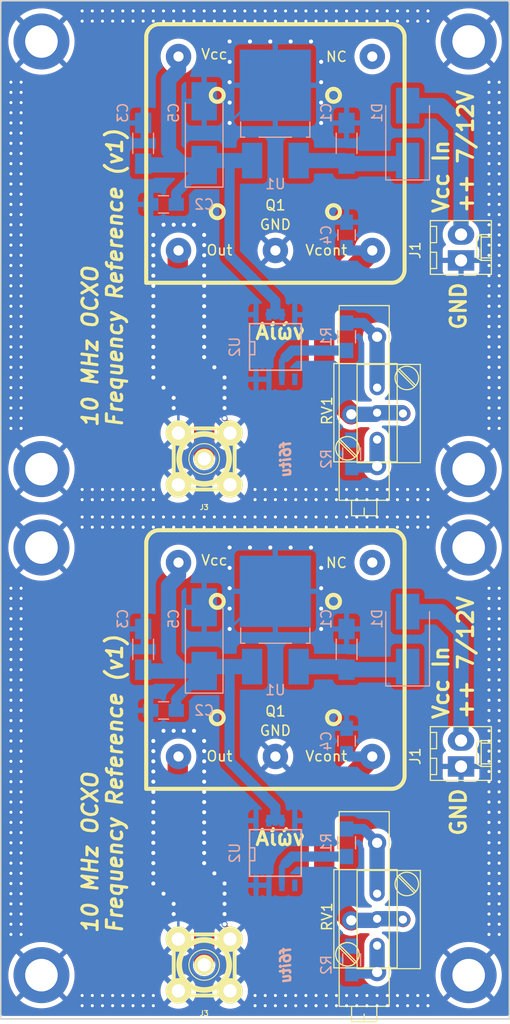
<source format=kicad_pcb>
(kicad_pcb (version 20221018) (generator pcbnew)
  (layers (0 "F.Cu" signal) (31 "B.Cu" signal) (34 "B.Paste" user) (35 "F.Paste" user) (36 "B.SilkS" user "B.Silkscreen") (37 "F.SilkS" user "F.Silkscreen") (38 "B.Mask" user) (39 "F.Mask" user) (44 "Edge.Cuts" user))
  (net 0 "")
  (net 1 "+12V")
  (net 2 "GND")
  (net 3 "Net-(C2-Pad1)")
  (net 4 "Net-(C4-Pad1)")
  (net 5 "Net-(D1-Pad2)")
  (net 6 "Net-(J3-Pad1)")
  (net 7 "Net-(R1-Pad1)")
  (net 8 "Net-(R1-Pad2)")
  (net 9 "Net-(R2-Pad1)")
  (footprint "Connectors_Molex:Molex_KK-6410-02_02x2.54mm_Straight" (layer "F.Cu") (at 125.25 70.5 90)
    (fp_text reference "J1")
    (fp_text value "Conn_01x02" hide)
  )
  (footprint "MountingHole:MountingHole_3.2mm_M3_ISO14580_Pad" (layer "F.Cu") (at 126 49)
    (fp_text reference "J2" hide)
    (fp_text value "Conn_01x01" hide)
  )
  (footprint "SMA_PINS:SMA_PINS" (layer "F.Cu") (at 100 90)
    (fp_text reference "J3")
    (fp_text value "Conn_Coaxial" hide)
  )
  (footprint "MountingHole:MountingHole_3.2mm_M3_ISO14580_Pad" (layer "F.Cu") (at 126 91)
    (fp_text reference "J5" hide)
    (fp_text value "Conn_01x01" hide)
  )
  (footprint "MountingHole:MountingHole_3.2mm_M3_ISO14580_Pad" (layer "F.Cu") (at 84 91)
    (fp_text reference "J6" hide)
    (fp_text value "Conn_01x01" hide)
  )
  (footprint "ENE3311:ENE3311" (layer "F.Cu") (at 107 60)
    (fp_text reference "Q1")
    (fp_text value "ENE3311 OCXO")
  )
  (footprint "Potentiometers:Potentiometer_Trimmer_Vishay_43" (layer "F.Cu") (at 117 78 90)
    (fp_text reference "RV1")
    (fp_text value "5k")
  )
  (footprint "Potentiometers:Potentiometer_Trimmer_Bourns_3299Y" (layer "F.Cu") (at 117 83 90)
    (fp_text reference "RV2" hide)
    (fp_text value "5k")
  )
  (footprint "Potentiometers:Potentiometer_Trimmer_Bourns_3299W" (layer "F.Cu") (at 117 88 -90)
    (fp_text reference "RV3" hide)
    (fp_text value "5k")
  )
  (footprint "via:via" (layer "F.Cu") (at 81 53)
    (fp_text reference "REF**" hide)
    (fp_text value "via" hide)
  )
  (footprint "via:via" (layer "F.Cu") (at 82 53)
    (fp_text reference "REF**" hide)
    (fp_text value "via" hide)
  )
  (footprint "via:via" (layer "F.Cu") (at 81 54)
    (fp_text reference "REF**" hide)
    (fp_text value "via" hide)
  )
  (footprint "via:via" (layer "F.Cu") (at 82 54)
    (fp_text reference "REF**" hide)
    (fp_text value "via" hide)
  )
  (footprint "via:via" (layer "F.Cu") (at 81 55)
    (fp_text reference "REF**" hide)
    (fp_text value "via" hide)
  )
  (footprint "via:via" (layer "F.Cu") (at 82 55)
    (fp_text reference "REF**" hide)
    (fp_text value "via" hide)
  )
  (footprint "via:via" (layer "F.Cu") (at 81 56)
    (fp_text reference "REF**" hide)
    (fp_text value "via" hide)
  )
  (footprint "via:via" (layer "F.Cu") (at 82 56)
    (fp_text reference "REF**" hide)
    (fp_text value "via" hide)
  )
  (footprint "via:via" (layer "F.Cu") (at 81 57)
    (fp_text reference "REF**" hide)
    (fp_text value "via" hide)
  )
  (footprint "via:via" (layer "F.Cu") (at 82 57)
    (fp_text reference "REF**" hide)
    (fp_text value "via" hide)
  )
  (footprint "via:via" (layer "F.Cu") (at 81 58)
    (fp_text reference "REF**" hide)
    (fp_text value "via" hide)
  )
  (footprint "via:via" (layer "F.Cu") (at 82 58)
    (fp_text reference "REF**" hide)
    (fp_text value "via" hide)
  )
  (footprint "via:via" (layer "F.Cu") (at 81 59)
    (fp_text reference "REF**" hide)
    (fp_text value "via" hide)
  )
  (footprint "via:via" (layer "F.Cu") (at 82 59)
    (fp_text reference "REF**" hide)
    (fp_text value "via" hide)
  )
  (footprint "via:via" (layer "F.Cu") (at 81 60)
    (fp_text reference "REF**" hide)
    (fp_text value "via" hide)
  )
  (footprint "via:via" (layer "F.Cu") (at 82 60)
    (fp_text reference "REF**" hide)
    (fp_text value "via" hide)
  )
  (footprint "via:via" (layer "F.Cu") (at 81 61)
    (fp_text reference "REF**" hide)
    (fp_text value "via" hide)
  )
  (footprint "via:via" (layer "F.Cu") (at 82 61)
    (fp_text reference "REF**" hide)
    (fp_text value "via" hide)
  )
  (footprint "via:via" (layer "F.Cu") (at 81 62)
    (fp_text reference "REF**" hide)
    (fp_text value "via" hide)
  )
  (footprint "via:via" (layer "F.Cu") (at 82 62)
    (fp_text reference "REF**" hide)
    (fp_text value "via" hide)
  )
  (footprint "via:via" (layer "F.Cu") (at 81 63)
    (fp_text reference "REF**" hide)
    (fp_text value "via" hide)
  )
  (footprint "via:via" (layer "F.Cu") (at 82 63)
    (fp_text reference "REF**" hide)
    (fp_text value "via" hide)
  )
  (footprint "via:via" (layer "F.Cu") (at 81 64)
    (fp_text reference "REF**" hide)
    (fp_text value "via" hide)
  )
  (footprint "via:via" (layer "F.Cu") (at 82 64)
    (fp_text reference "REF**" hide)
    (fp_text value "via" hide)
  )
  (footprint "via:via" (layer "F.Cu") (at 81 65)
    (fp_text reference "REF**" hide)
    (fp_text value "via" hide)
  )
  (footprint "via:via" (layer "F.Cu") (at 82 65)
    (fp_text reference "REF**" hide)
    (fp_text value "via" hide)
  )
  (footprint "via:via" (layer "F.Cu") (at 81 66)
    (fp_text reference "REF**" hide)
    (fp_text value "via" hide)
  )
  (footprint "via:via" (layer "F.Cu") (at 82 66)
    (fp_text reference "REF**" hide)
    (fp_text value "via" hide)
  )
  (footprint "via:via" (layer "F.Cu") (at 81 67)
    (fp_text reference "REF**" hide)
    (fp_text value "via" hide)
  )
  (footprint "via:via" (layer "F.Cu") (at 82 67)
    (fp_text reference "REF**" hide)
    (fp_text value "via" hide)
  )
  (footprint "via:via" (layer "F.Cu") (at 81 68)
    (fp_text reference "REF**" hide)
    (fp_text value "via" hide)
  )
  (footprint "via:via" (layer "F.Cu") (at 82 68)
    (fp_text reference "REF**" hide)
    (fp_text value "via" hide)
  )
  (footprint "via:via" (layer "F.Cu") (at 81 69)
    (fp_text reference "REF**" hide)
    (fp_text value "via" hide)
  )
  (footprint "via:via" (layer "F.Cu") (at 82 69)
    (fp_text reference "REF**" hide)
    (fp_text value "via" hide)
  )
  (footprint "via:via" (layer "F.Cu") (at 81 70)
    (fp_text reference "REF**" hide)
    (fp_text value "via" hide)
  )
  (footprint "via:via" (layer "F.Cu") (at 82 70)
    (fp_text reference "REF**" hide)
    (fp_text value "via" hide)
  )
  (footprint "via:via" (layer "F.Cu") (at 81 71)
    (fp_text reference "REF**" hide)
    (fp_text value "via" hide)
  )
  (footprint "via:via" (layer "F.Cu") (at 82 71)
    (fp_text reference "REF**" hide)
    (fp_text value "via" hide)
  )
  (footprint "via:via" (layer "F.Cu") (at 81 72)
    (fp_text reference "REF**" hide)
    (fp_text value "via" hide)
  )
  (footprint "via:via" (layer "F.Cu") (at 82 72)
    (fp_text reference "REF**" hide)
    (fp_text value "via" hide)
  )
  (footprint "via:via" (layer "F.Cu") (at 81 73)
    (fp_text reference "REF**" hide)
    (fp_text value "via" hide)
  )
  (footprint "via:via" (layer "F.Cu") (at 82 73)
    (fp_text reference "REF**" hide)
    (fp_text value "via" hide)
  )
  (footprint "via:via" (layer "F.Cu") (at 81 74)
    (fp_text reference "REF**" hide)
    (fp_text value "via" hide)
  )
  (footprint "via:via" (layer "F.Cu") (at 82 74)
    (fp_text reference "REF**" hide)
    (fp_text value "via" hide)
  )
  (footprint "via:via" (layer "F.Cu") (at 81 75)
    (fp_text reference "REF**" hide)
    (fp_text value "via" hide)
  )
  (footprint "via:via" (layer "F.Cu") (at 82 75)
    (fp_text reference "REF**" hide)
    (fp_text value "via" hide)
  )
  (footprint "via:via" (layer "F.Cu") (at 81 76)
    (fp_text reference "REF**" hide)
    (fp_text value "via" hide)
  )
  (footprint "via:via" (layer "F.Cu") (at 82 76)
    (fp_text reference "REF**" hide)
    (fp_text value "via" hide)
  )
  (footprint "via:via" (layer "F.Cu") (at 81 77)
    (fp_text reference "REF**" hide)
    (fp_text value "via" hide)
  )
  (footprint "via:via" (layer "F.Cu") (at 82 77)
    (fp_text reference "REF**" hide)
    (fp_text value "via" hide)
  )
  (footprint "via:via" (layer "F.Cu") (at 81 78)
    (fp_text reference "REF**" hide)
    (fp_text value "via" hide)
  )
  (footprint "via:via" (layer "F.Cu") (at 82 78)
    (fp_text reference "REF**" hide)
    (fp_text value "via" hide)
  )
  (footprint "via:via" (layer "F.Cu") (at 81 79)
    (fp_text reference "REF**" hide)
    (fp_text value "via" hide)
  )
  (footprint "via:via" (layer "F.Cu") (at 82 79)
    (fp_text reference "REF**" hide)
    (fp_text value "via" hide)
  )
  (footprint "via:via" (layer "F.Cu") (at 81 80)
    (fp_text reference "REF**" hide)
    (fp_text value "via" hide)
  )
  (footprint "via:via" (layer "F.Cu") (at 82 80)
    (fp_text reference "REF**" hide)
    (fp_text value "via" hide)
  )
  (footprint "via:via" (layer "F.Cu") (at 81 81)
    (fp_text reference "REF**" hide)
    (fp_text value "via" hide)
  )
  (footprint "via:via" (layer "F.Cu") (at 82 81)
    (fp_text reference "REF**" hide)
    (fp_text value "via" hide)
  )
  (footprint "via:via" (layer "F.Cu") (at 81 82)
    (fp_text reference "REF**" hide)
    (fp_text value "via" hide)
  )
  (footprint "via:via" (layer "F.Cu") (at 82 82)
    (fp_text reference "REF**" hide)
    (fp_text value "via" hide)
  )
  (footprint "via:via" (layer "F.Cu") (at 81 83)
    (fp_text reference "REF**" hide)
    (fp_text value "via" hide)
  )
  (footprint "via:via" (layer "F.Cu") (at 82 83)
    (fp_text reference "REF**" hide)
    (fp_text value "via" hide)
  )
  (footprint "via:via" (layer "F.Cu") (at 81 84)
    (fp_text reference "REF**" hide)
    (fp_text value "via" hide)
  )
  (footprint "via:via" (layer "F.Cu") (at 82 84)
    (fp_text reference "REF**" hide)
    (fp_text value "via" hide)
  )
  (footprint "via:via" (layer "F.Cu") (at 81 85)
    (fp_text reference "REF**" hide)
    (fp_text value "via" hide)
  )
  (footprint "via:via" (layer "F.Cu") (at 82 85)
    (fp_text reference "REF**" hide)
    (fp_text value "via" hide)
  )
  (footprint "via:via" (layer "F.Cu") (at 81 86)
    (fp_text reference "REF**" hide)
    (fp_text value "via" hide)
  )
  (footprint "via:via" (layer "F.Cu") (at 82 86)
    (fp_text reference "REF**" hide)
    (fp_text value "via" hide)
  )
  (footprint "via:via" (layer "F.Cu") (at 81 87)
    (fp_text reference "REF**" hide)
    (fp_text value "via" hide)
  )
  (footprint "via:via" (layer "F.Cu") (at 82 87)
    (fp_text reference "REF**" hide)
    (fp_text value "via" hide)
  )
  (footprint "via:via" (layer "F.Cu") (at 88 93)
    (fp_text reference "REF**" hide)
    (fp_text value "via" hide)
  )
  (footprint "via:via" (layer "F.Cu") (at 89 93)
    (fp_text reference "REF**" hide)
    (fp_text value "via" hide)
  )
  (footprint "via:via" (layer "F.Cu") (at 90 93)
    (fp_text reference "REF**" hide)
    (fp_text value "via" hide)
  )
  (footprint "via:via" (layer "F.Cu") (at 91 93)
    (fp_text reference "REF**" hide)
    (fp_text value "via" hide)
  )
  (footprint "via:via" (layer "F.Cu") (at 92 93)
    (fp_text reference "REF**" hide)
    (fp_text value "via" hide)
  )
  (footprint "via:via" (layer "F.Cu") (at 93 93)
    (fp_text reference "REF**" hide)
    (fp_text value "via" hide)
  )
  (footprint "via:via" (layer "F.Cu") (at 94 93)
    (fp_text reference "REF**" hide)
    (fp_text value "via" hide)
  )
  (footprint "via:via" (layer "F.Cu") (at 95 93)
    (fp_text reference "REF**" hide)
    (fp_text value "via" hide)
  )
  (footprint "via:via" (layer "F.Cu") (at 88 94)
    (fp_text reference "REF**" hide)
    (fp_text value "via" hide)
  )
  (footprint "via:via" (layer "F.Cu") (at 89 94)
    (fp_text reference "REF**" hide)
    (fp_text value "via" hide)
  )
  (footprint "via:via" (layer "F.Cu") (at 90 94)
    (fp_text reference "REF**" hide)
    (fp_text value "via" hide)
  )
  (footprint "via:via" (layer "F.Cu") (at 91 94)
    (fp_text reference "REF**" hide)
    (fp_text value "via" hide)
  )
  (footprint "via:via" (layer "F.Cu") (at 92 94)
    (fp_text reference "REF**" hide)
    (fp_text value "via" hide)
  )
  (footprint "via:via" (layer "F.Cu") (at 93 94)
    (fp_text reference "REF**" hide)
    (fp_text value "via" hide)
  )
  (footprint "via:via" (layer "F.Cu") (at 94 94)
    (fp_text reference "REF**" hide)
    (fp_text value "via" hide)
  )
  (footprint "via:via" (layer "F.Cu") (at 95 94)
    (fp_text reference "REF**" hide)
    (fp_text value "via" hide)
  )
  (footprint "via:via" (layer "F.Cu") (at 128 74)
    (fp_text reference "REF**" hide)
    (fp_text value "via" hide)
  )
  (footprint "via:via" (layer "F.Cu") (at 128 75)
    (fp_text reference "REF**" hide)
    (fp_text value "via" hide)
  )
  (footprint "via:via" (layer "F.Cu") (at 128 76)
    (fp_text reference "REF**" hide)
    (fp_text value "via" hide)
  )
  (footprint "via:via" (layer "F.Cu") (at 128 77)
    (fp_text reference "REF**" hide)
    (fp_text value "via" hide)
  )
  (footprint "via:via" (layer "F.Cu") (at 128 78)
    (fp_text reference "REF**" hide)
    (fp_text value "via" hide)
  )
  (footprint "via:via" (layer "F.Cu") (at 128 79)
    (fp_text reference "REF**" hide)
    (fp_text value "via" hide)
  )
  (footprint "via:via" (layer "F.Cu") (at 128 80)
    (fp_text reference "REF**" hide)
    (fp_text value "via" hide)
  )
  (footprint "via:via" (layer "F.Cu") (at 128 81)
    (fp_text reference "REF**" hide)
    (fp_text value "via" hide)
  )
  (footprint "via:via" (layer "F.Cu") (at 128 82)
    (fp_text reference "REF**" hide)
    (fp_text value "via" hide)
  )
  (footprint "via:via" (layer "F.Cu") (at 128 83)
    (fp_text reference "REF**" hide)
    (fp_text value "via" hide)
  )
  (footprint "via:via" (layer "F.Cu") (at 128 84)
    (fp_text reference "REF**" hide)
    (fp_text value "via" hide)
  )
  (footprint "via:via" (layer "F.Cu") (at 128 85)
    (fp_text reference "REF**" hide)
    (fp_text value "via" hide)
  )
  (footprint "via:via" (layer "F.Cu") (at 128 86)
    (fp_text reference "REF**" hide)
    (fp_text value "via" hide)
  )
  (footprint "via:via" (layer "F.Cu") (at 128 87)
    (fp_text reference "REF**" hide)
    (fp_text value "via" hide)
  )
  (footprint "via:via" (layer "F.Cu") (at 88 46)
    (fp_text reference "REF**" hide)
    (fp_text value "via" hide)
  )
  (footprint "via:via" (layer "F.Cu") (at 89 46)
    (fp_text reference "REF**" hide)
    (fp_text value "via" hide)
  )
  (footprint "via:via" (layer "F.Cu") (at 90 46)
    (fp_text reference "REF**" hide)
    (fp_text value "via" hide)
  )
  (footprint "via:via" (layer "F.Cu") (at 91 46)
    (fp_text reference "REF**" hide)
    (fp_text value "via" hide)
  )
  (footprint "via:via" (layer "F.Cu") (at 92 46)
    (fp_text reference "REF**" hide)
    (fp_text value "via" hide)
  )
  (footprint "via:via" (layer "F.Cu") (at 93 46)
    (fp_text reference "REF**" hide)
    (fp_text value "via" hide)
  )
  (footprint "via:via" (layer "F.Cu") (at 94 46)
    (fp_text reference "REF**" hide)
    (fp_text value "via" hide)
  )
  (footprint "via:via" (layer "F.Cu") (at 95 46)
    (fp_text reference "REF**" hide)
    (fp_text value "via" hide)
  )
  (footprint "via:via" (layer "F.Cu") (at 96 46)
    (fp_text reference "REF**" hide)
    (fp_text value "via" hide)
  )
  (footprint "via:via" (layer "F.Cu") (at 97 46)
    (fp_text reference "REF**" hide)
    (fp_text value "via" hide)
  )
  (footprint "via:via" (layer "F.Cu") (at 98 46)
    (fp_text reference "REF**" hide)
    (fp_text value "via" hide)
  )
  (footprint "via:via" (layer "F.Cu") (at 99 46)
    (fp_text reference "REF**" hide)
    (fp_text value "via" hide)
  )
  (footprint "via:via" (layer "F.Cu") (at 100 46)
    (fp_text reference "REF**" hide)
    (fp_text value "via" hide)
  )
  (footprint "via:via" (layer "F.Cu") (at 101 46)
    (fp_text reference "REF**" hide)
    (fp_text value "via" hide)
  )
  (footprint "via:via" (layer "F.Cu") (at 102 46)
    (fp_text reference "REF**" hide)
    (fp_text value "via" hide)
  )
  (footprint "via:via" (layer "F.Cu") (at 103 46)
    (fp_text reference "REF**" hide)
    (fp_text value "via" hide)
  )
  (footprint "via:via" (layer "F.Cu") (at 104 46)
    (fp_text reference "REF**" hide)
    (fp_text value "via" hide)
  )
  (footprint "via:via" (layer "F.Cu") (at 105 46)
    (fp_text reference "REF**" hide)
    (fp_text value "via" hide)
  )
  (footprint "via:via" (layer "F.Cu") (at 106 46)
    (fp_text reference "REF**" hide)
    (fp_text value "via" hide)
  )
  (footprint "via:via" (layer "F.Cu") (at 107 46)
    (fp_text reference "REF**" hide)
    (fp_text value "via" hide)
  )
  (footprint "via:via" (layer "F.Cu") (at 108 46)
    (fp_text reference "REF**" hide)
    (fp_text value "via" hide)
  )
  (footprint "via:via" (layer "F.Cu") (at 109 46)
    (fp_text reference "REF**" hide)
    (fp_text value "via" hide)
  )
  (footprint "via:via" (layer "F.Cu") (at 110 46)
    (fp_text reference "REF**" hide)
    (fp_text value "via" hide)
  )
  (footprint "via:via" (layer "F.Cu") (at 111 46)
    (fp_text reference "REF**" hide)
    (fp_text value "via" hide)
  )
  (footprint "via:via" (layer "F.Cu") (at 112 46)
    (fp_text reference "REF**" hide)
    (fp_text value "via" hide)
  )
  (footprint "via:via" (layer "F.Cu") (at 113 46)
    (fp_text reference "REF**" hide)
    (fp_text value "via" hide)
  )
  (footprint "via:via" (layer "F.Cu") (at 114 46)
    (fp_text reference "REF**" hide)
    (fp_text value "via" hide)
  )
  (footprint "via:via" (layer "F.Cu") (at 115 46)
    (fp_text reference "REF**" hide)
    (fp_text value "via" hide)
  )
  (footprint "via:via" (layer "F.Cu") (at 116 46)
    (fp_text reference "REF**" hide)
    (fp_text value "via" hide)
  )
  (footprint "via:via" (layer "F.Cu") (at 117 46)
    (fp_text reference "REF**" hide)
    (fp_text value "via" hide)
  )
  (footprint "via:via" (layer "F.Cu") (at 118 46)
    (fp_text reference "REF**" hide)
    (fp_text value "via" hide)
  )
  (footprint "via:via" (layer "F.Cu") (at 119 46)
    (fp_text reference "REF**" hide)
    (fp_text value "via" hide)
  )
  (footprint "via:via" (layer "F.Cu") (at 120 46)
    (fp_text reference "REF**" hide)
    (fp_text value "via" hide)
  )
  (footprint "via:via" (layer "F.Cu") (at 121 46)
    (fp_text reference "REF**" hide)
    (fp_text value "via" hide)
  )
  (footprint "via:via" (layer "F.Cu") (at 122 46)
    (fp_text reference "REF**" hide)
    (fp_text value "via" hide)
  )
  (footprint "via:via" (layer "F.Cu") (at 88 47)
    (fp_text reference "REF**" hide)
    (fp_text value "via" hide)
  )
  (footprint "via:via" (layer "F.Cu") (at 89 47)
    (fp_text reference "REF**" hide)
    (fp_text value "via" hide)
  )
  (footprint "via:via" (layer "F.Cu") (at 90 47)
    (fp_text reference "REF**" hide)
    (fp_text value "via" hide)
  )
  (footprint "via:via" (layer "F.Cu") (at 91 47)
    (fp_text reference "REF**" hide)
    (fp_text value "via" hide)
  )
  (footprint "via:via" (layer "F.Cu") (at 92 47)
    (fp_text reference "REF**" hide)
    (fp_text value "via" hide)
  )
  (footprint "via:via" (layer "F.Cu") (at 93 47)
    (fp_text reference "REF**" hide)
    (fp_text value "via" hide)
  )
  (footprint "via:via" (layer "F.Cu") (at 94 47)
    (fp_text reference "REF**" hide)
    (fp_text value "via" hide)
  )
  (footprint "via:via" (layer "F.Cu") (at 95 47)
    (fp_text reference "REF**" hide)
    (fp_text value "via" hide)
  )
  (footprint "via:via" (layer "F.Cu") (at 96 47)
    (fp_text reference "REF**" hide)
    (fp_text value "via" hide)
  )
  (footprint "via:via" (layer "F.Cu") (at 97 47)
    (fp_text reference "REF**" hide)
    (fp_text value "via" hide)
  )
  (footprint "via:via" (layer "F.Cu") (at 98 47)
    (fp_text reference "REF**" hide)
    (fp_text value "via" hide)
  )
  (footprint "via:via" (layer "F.Cu") (at 99 47)
    (fp_text reference "REF**" hide)
    (fp_text value "via" hide)
  )
  (footprint "via:via" (layer "F.Cu") (at 100 47)
    (fp_text reference "REF**" hide)
    (fp_text value "via" hide)
  )
  (footprint "via:via" (layer "F.Cu") (at 101 47)
    (fp_text reference "REF**" hide)
    (fp_text value "via" hide)
  )
  (footprint "via:via" (layer "F.Cu") (at 102 47)
    (fp_text reference "REF**" hide)
    (fp_text value "via" hide)
  )
  (footprint "via:via" (layer "F.Cu") (at 103 47)
    (fp_text reference "REF**" hide)
    (fp_text value "via" hide)
  )
  (footprint "via:via" (layer "F.Cu") (at 104 47)
    (fp_text reference "REF**" hide)
    (fp_text value "via" hide)
  )
  (footprint "via:via" (layer "F.Cu") (at 105 47)
    (fp_text reference "REF**" hide)
    (fp_text value "via" hide)
  )
  (footprint "via:via" (layer "F.Cu") (at 106 47)
    (fp_text reference "REF**" hide)
    (fp_text value "via" hide)
  )
  (footprint "via:via" (layer "F.Cu") (at 107 47)
    (fp_text reference "REF**" hide)
    (fp_text value "via" hide)
  )
  (footprint "via:via" (layer "F.Cu") (at 108 47)
    (fp_text reference "REF**" hide)
    (fp_text value "via" hide)
  )
  (footprint "via:via" (layer "F.Cu") (at 109 47)
    (fp_text reference "REF**" hide)
    (fp_text value "via" hide)
  )
  (footprint "via:via" (layer "F.Cu") (at 110 47)
    (fp_text reference "REF**" hide)
    (fp_text value "via" hide)
  )
  (footprint "via:via" (layer "F.Cu") (at 111 47)
    (fp_text reference "REF**" hide)
    (fp_text value "via" hide)
  )
  (footprint "via:via" (layer "F.Cu") (at 112 47)
    (fp_text reference "REF**" hide)
    (fp_text value "via" hide)
  )
  (footprint "via:via" (layer "F.Cu") (at 113 47)
    (fp_text reference "REF**" hide)
    (fp_text value "via" hide)
  )
  (footprint "via:via" (layer "F.Cu") (at 114 47)
    (fp_text reference "REF**" hide)
    (fp_text value "via" hide)
  )
  (footprint "via:via" (layer "F.Cu") (at 115 47)
    (fp_text reference "REF**" hide)
    (fp_text value "via" hide)
  )
  (footprint "via:via" (layer "F.Cu") (at 116 47)
    (fp_text reference "REF**" hide)
    (fp_text value "via" hide)
  )
  (footprint "via:via" (layer "F.Cu") (at 117 47)
    (fp_text reference "REF**" hide)
    (fp_text value "via" hide)
  )
  (footprint "via:via" (layer "F.Cu") (at 118 47)
    (fp_text reference "REF**" hide)
    (fp_text value "via" hide)
  )
  (footprint "via:via" (layer "F.Cu") (at 119 47)
    (fp_text reference "REF**" hide)
    (fp_text value "via" hide)
  )
  (footprint "via:via" (layer "F.Cu") (at 120 47)
    (fp_text reference "REF**" hide)
    (fp_text value "via" hide)
  )
  (footprint "via:via" (layer "F.Cu") (at 121 47)
    (fp_text reference "REF**" hide)
    (fp_text value "via" hide)
  )
  (footprint "via:via" (layer "F.Cu") (at 122 47)
    (fp_text reference "REF**" hide)
    (fp_text value "via" hide)
  )
  (footprint "via:via" (layer "F.Cu") (at 128 53)
    (fp_text reference "REF**" hide)
    (fp_text value "via" hide)
  )
  (footprint "via:via" (layer "F.Cu") (at 129 53)
    (fp_text reference "REF**" hide)
    (fp_text value "via" hide)
  )
  (footprint "via:via" (layer "F.Cu") (at 128 54)
    (fp_text reference "REF**" hide)
    (fp_text value "via" hide)
  )
  (footprint "via:via" (layer "F.Cu") (at 129 54)
    (fp_text reference "REF**" hide)
    (fp_text value "via" hide)
  )
  (footprint "via:via" (layer "F.Cu") (at 128 55)
    (fp_text reference "REF**" hide)
    (fp_text value "via" hide)
  )
  (footprint "via:via" (layer "F.Cu") (at 129 55)
    (fp_text reference "REF**" hide)
    (fp_text value "via" hide)
  )
  (footprint "via:via" (layer "F.Cu") (at 128 56)
    (fp_text reference "REF**" hide)
    (fp_text value "via" hide)
  )
  (footprint "via:via" (layer "F.Cu") (at 129 56)
    (fp_text reference "REF**" hide)
    (fp_text value "via" hide)
  )
  (footprint "via:via" (layer "F.Cu") (at 128 57)
    (fp_text reference "REF**" hide)
    (fp_text value "via" hide)
  )
  (footprint "via:via" (layer "F.Cu") (at 129 57)
    (fp_text reference "REF**" hide)
    (fp_text value "via" hide)
  )
  (footprint "via:via" (layer "F.Cu") (at 128 58)
    (fp_text reference "REF**" hide)
    (fp_text value "via" hide)
  )
  (footprint "via:via" (layer "F.Cu") (at 129 58)
    (fp_text reference "REF**" hide)
    (fp_text value "via" hide)
  )
  (footprint "via:via" (layer "F.Cu") (at 128 59)
    (fp_text reference "REF**" hide)
    (fp_text value "via" hide)
  )
  (footprint "via:via" (layer "F.Cu") (at 129 59)
    (fp_text reference "REF**" hide)
    (fp_text value "via" hide)
  )
  (footprint "via:via" (layer "F.Cu") (at 128 60)
    (fp_text reference "REF**" hide)
    (fp_text value "via" hide)
  )
  (footprint "via:via" (layer "F.Cu") (at 129 60)
    (fp_text reference "REF**" hide)
    (fp_text value "via" hide)
  )
  (footprint "via:via" (layer "F.Cu") (at 128 61)
    (fp_text reference "REF**" hide)
    (fp_text value "via" hide)
  )
  (footprint "via:via" (layer "F.Cu") (at 129 61)
    (fp_text reference "REF**" hide)
    (fp_text value "via" hide)
  )
  (footprint "via:via" (layer "F.Cu") (at 128 62)
    (fp_text reference "REF**" hide)
    (fp_text value "via" hide)
  )
  (footprint "via:via" (layer "F.Cu") (at 129 62)
    (fp_text reference "REF**" hide)
    (fp_text value "via" hide)
  )
  (footprint "via:via" (layer "F.Cu") (at 128 63)
    (fp_text reference "REF**" hide)
    (fp_text value "via" hide)
  )
  (footprint "via:via" (layer "F.Cu") (at 129 63)
    (fp_text reference "REF**" hide)
    (fp_text value "via" hide)
  )
  (footprint "via:via" (layer "F.Cu") (at 128 64)
    (fp_text reference "REF**" hide)
    (fp_text value "via" hide)
  )
  (footprint "via:via" (layer "F.Cu") (at 129 64)
    (fp_text reference "REF**" hide)
    (fp_text value "via" hide)
  )
  (footprint "via:via" (layer "F.Cu") (at 128 65)
    (fp_text reference "REF**" hide)
    (fp_text value "via" hide)
  )
  (footprint "via:via" (layer "F.Cu") (at 129 65)
    (fp_text reference "REF**" hide)
    (fp_text value "via" hide)
  )
  (footprint "via:via" (layer "F.Cu") (at 128 66)
    (fp_text reference "REF**" hide)
    (fp_text value "via" hide)
  )
  (footprint "via:via" (layer "F.Cu") (at 129 66)
    (fp_text reference "REF**" hide)
    (fp_text value "via" hide)
  )
  (footprint "via:via" (layer "F.Cu") (at 128 67)
    (fp_text reference "REF**" hide)
    (fp_text value "via" hide)
  )
  (footprint "via:via" (layer "F.Cu") (at 129 67)
    (fp_text reference "REF**" hide)
    (fp_text value "via" hide)
  )
  (footprint "via:via" (layer "F.Cu") (at 128 68)
    (fp_text reference "REF**" hide)
    (fp_text value "via" hide)
  )
  (footprint "via:via" (layer "F.Cu") (at 129 68)
    (fp_text reference "REF**" hide)
    (fp_text value "via" hide)
  )
  (footprint "via:via" (layer "F.Cu") (at 128 69)
    (fp_text reference "REF**" hide)
    (fp_text value "via" hide)
  )
  (footprint "via:via" (layer "F.Cu") (at 129 69)
    (fp_text reference "REF**" hide)
    (fp_text value "via" hide)
  )
  (footprint "via:via" (layer "F.Cu") (at 128 70)
    (fp_text reference "REF**" hide)
    (fp_text value "via" hide)
  )
  (footprint "via:via" (layer "F.Cu") (at 129 70)
    (fp_text reference "REF**" hide)
    (fp_text value "via" hide)
  )
  (footprint "via:via" (layer "F.Cu") (at 128 71)
    (fp_text reference "REF**" hide)
    (fp_text value "via" hide)
  )
  (footprint "via:via" (layer "F.Cu") (at 129 71)
    (fp_text reference "REF**" hide)
    (fp_text value "via" hide)
  )
  (footprint "via:via" (layer "F.Cu") (at 128 72)
    (fp_text reference "REF**" hide)
    (fp_text value "via" hide)
  )
  (footprint "via:via" (layer "F.Cu") (at 129 72)
    (fp_text reference "REF**" hide)
    (fp_text value "via" hide)
  )
  (footprint "via:via" (layer "F.Cu") (at 128 73)
    (fp_text reference "REF**" hide)
    (fp_text value "via" hide)
  )
  (footprint "via:via" (layer "F.Cu") (at 129 73)
    (fp_text reference "REF**" hide)
    (fp_text value "via" hide)
  )
  (footprint "via:via" (layer "F.Cu") (at 128 74)
    (fp_text reference "REF**" hide)
    (fp_text value "via" hide)
  )
  (footprint "via:via" (layer "F.Cu") (at 129 74)
    (fp_text reference "REF**" hide)
    (fp_text value "via" hide)
  )
  (footprint "via:via" (layer "F.Cu") (at 128 75)
    (fp_text reference "REF**" hide)
    (fp_text value "via" hide)
  )
  (footprint "via:via" (layer "F.Cu") (at 129 75)
    (fp_text reference "REF**" hide)
    (fp_text value "via" hide)
  )
  (footprint "via:via" (layer "F.Cu") (at 128 76)
    (fp_text reference "REF**" hide)
    (fp_text value "via" hide)
  )
  (footprint "via:via" (layer "F.Cu") (at 129 76)
    (fp_text reference "REF**" hide)
    (fp_text value "via" hide)
  )
  (footprint "via:via" (layer "F.Cu") (at 128 77)
    (fp_text reference "REF**" hide)
    (fp_text value "via" hide)
  )
  (footprint "via:via" (layer "F.Cu") (at 129 77)
    (fp_text reference "REF**" hide)
    (fp_text value "via" hide)
  )
  (footprint "via:via" (layer "F.Cu") (at 128 78)
    (fp_text reference "REF**" hide)
    (fp_text value "via" hide)
  )
  (footprint "via:via" (layer "F.Cu") (at 129 78)
    (fp_text reference "REF**" hide)
    (fp_text value "via" hide)
  )
  (footprint "via:via" (layer "F.Cu") (at 128 79)
    (fp_text reference "REF**" hide)
    (fp_text value "via" hide)
  )
  (footprint "via:via" (layer "F.Cu") (at 129 79)
    (fp_text reference "REF**" hide)
    (fp_text value "via" hide)
  )
  (footprint "via:via" (layer "F.Cu") (at 128 80)
    (fp_text reference "REF**" hide)
    (fp_text value "via" hide)
  )
  (footprint "via:via" (layer "F.Cu") (at 129 80)
    (fp_text reference "REF**" hide)
    (fp_text value "via" hide)
  )
  (footprint "via:via" (layer "F.Cu") (at 128 81)
    (fp_text reference "REF**" hide)
    (fp_text value "via" hide)
  )
  (footprint "via:via" (layer "F.Cu") (at 129 81)
    (fp_text reference "REF**" hide)
    (fp_text value "via" hide)
  )
  (footprint "via:via" (layer "F.Cu") (at 128 82)
    (fp_text reference "REF**" hide)
    (fp_text value "via" hide)
  )
  (footprint "via:via" (layer "F.Cu") (at 129 82)
    (fp_text reference "REF**" hide)
    (fp_text value "via" hide)
  )
  (footprint "via:via" (layer "F.Cu") (at 128 83)
    (fp_text reference "REF**" hide)
    (fp_text value "via" hide)
  )
  (footprint "via:via" (layer "F.Cu") (at 129 83)
    (fp_text reference "REF**" hide)
    (fp_text value "via" hide)
  )
  (footprint "via:via" (layer "F.Cu") (at 128 84)
    (fp_text reference "REF**" hide)
    (fp_text value "via" hide)
  )
  (footprint "via:via" (layer "F.Cu") (at 129 84)
    (fp_text reference "REF**" hide)
    (fp_text value "via" hide)
  )
  (footprint "via:via" (layer "F.Cu") (at 128 85)
    (fp_text reference "REF**" hide)
    (fp_text value "via" hide)
  )
  (footprint "via:via" (layer "F.Cu") (at 129 85)
    (fp_text reference "REF**" hide)
    (fp_text value "via" hide)
  )
  (footprint "via:via" (layer "F.Cu") (at 128 86)
    (fp_text reference "REF**" hide)
    (fp_text value "via" hide)
  )
  (footprint "via:via" (layer "F.Cu") (at 129 86)
    (fp_text reference "REF**" hide)
    (fp_text value "via" hide)
  )
  (footprint "via:via" (layer "F.Cu") (at 128 87)
    (fp_text reference "REF**" hide)
    (fp_text value "via" hide)
  )
  (footprint "via:via" (layer "F.Cu") (at 129 87)
    (fp_text reference "REF**" hide)
    (fp_text value "via" hide)
  )
  (footprint "via:via" (layer "F.Cu") (at 107 93)
    (fp_text reference "REF**" hide)
    (fp_text value "via" hide)
  )
  (footprint "via:via" (layer "F.Cu") (at 105 93)
    (fp_text reference "REF**" hide)
    (fp_text value "via" hide)
  )
  (footprint "via:via" (layer "F.Cu") (at 108 94)
    (fp_text reference "REF**" hide)
    (fp_text value "via" hide)
  )
  (footprint "via:via" (layer "F.Cu") (at 105 94)
    (fp_text reference "REF**" hide)
    (fp_text value "via" hide)
  )
  (footprint "via:via" (layer "F.Cu") (at 110 93)
    (fp_text reference "REF**" hide)
    (fp_text value "via" hide)
  )
  (footprint "via:via" (layer "F.Cu") (at 109 94)
    (fp_text reference "REF**" hide)
    (fp_text value "via" hide)
  )
  (footprint "via:via" (layer "F.Cu") (at 110 94)
    (fp_text reference "REF**" hide)
    (fp_text value "via" hide)
  )
  (footprint "via:via" (layer "F.Cu") (at 106 93)
    (fp_text reference "REF**" hide)
    (fp_text value "via" hide)
  )
  (footprint "via:via" (layer "F.Cu") (at 108 93)
    (fp_text reference "REF**" hide)
    (fp_text value "via" hide)
  )
  (footprint "via:via" (layer "F.Cu") (at 107 94)
    (fp_text reference "REF**" hide)
    (fp_text value "via" hide)
  )
  (footprint "via:via" (layer "F.Cu") (at 111 94)
    (fp_text reference "REF**" hide)
    (fp_text value "via" hide)
  )
  (footprint "via:via" (layer "F.Cu") (at 109 93)
    (fp_text reference "REF**" hide)
    (fp_text value "via" hide)
  )
  (footprint "via:via" (layer "F.Cu") (at 111 93)
    (fp_text reference "REF**" hide)
    (fp_text value "via" hide)
  )
  (footprint "via:via" (layer "F.Cu") (at 106 94)
    (fp_text reference "REF**" hide)
    (fp_text value "via" hide)
  )
  (footprint "MountingHole:MountingHole_3.2mm_M3_ISO14580_Pad" (layer "F.Cu") (at 84 49)
    (fp_text reference "J2" hide)
    (fp_text value "Conn_01x01" hide)
  )
  (footprint "via:via" (layer "F.Cu") (at 112 93)
    (fp_text reference "REF**" hide)
    (fp_text value "via" hide)
  )
  (footprint "via:via" (layer "F.Cu") (at 113 93)
    (fp_text reference "REF**" hide)
    (fp_text value "via" hide)
  )
  (footprint "via:via" (layer "F.Cu") (at 114 93)
    (fp_text reference "REF**" hide)
    (fp_text value "via" hide)
  )
  (footprint "via:via" (layer "F.Cu") (at 115 93)
    (fp_text reference "REF**" hide)
    (fp_text value "via" hide)
  )
  (footprint "via:via" (layer "F.Cu") (at 116 93)
    (fp_text reference "REF**" hide)
    (fp_text value "via" hide)
  )
  (footprint "via:via" (layer "F.Cu") (at 117 93)
    (fp_text reference "REF**" hide)
    (fp_text value "via" hide)
  )
  (footprint "via:via" (layer "F.Cu") (at 118 93)
    (fp_text reference "REF**" hide)
    (fp_text value "via" hide)
  )
  (footprint "via:via" (layer "F.Cu") (at 119 93)
    (fp_text reference "REF**" hide)
    (fp_text value "via" hide)
  )
  (footprint "via:via" (layer "F.Cu") (at 120 93)
    (fp_text reference "REF**" hide)
    (fp_text value "via" hide)
  )
  (footprint "via:via" (layer "F.Cu") (at 121 93)
    (fp_text reference "REF**" hide)
    (fp_text value "via" hide)
  )
  (footprint "via:via" (layer "F.Cu") (at 122 93)
    (fp_text reference "REF**" hide)
    (fp_text value "via" hide)
  )
  (footprint "via:via" (layer "F.Cu") (at 111 94)
    (fp_text reference "REF**" hide)
    (fp_text value "via" hide)
  )
  (footprint "via:via" (layer "F.Cu") (at 112 94)
    (fp_text reference "REF**" hide)
    (fp_text value "via" hide)
  )
  (footprint "via:via" (layer "F.Cu") (at 113 94)
    (fp_text reference "REF**" hide)
    (fp_text value "via" hide)
  )
  (footprint "via:via" (layer "F.Cu") (at 114 94)
    (fp_text reference "REF**" hide)
    (fp_text value "via" hide)
  )
  (footprint "via:via" (layer "F.Cu") (at 115 94)
    (fp_text reference "REF**" hide)
    (fp_text value "via" hide)
  )
  (footprint "via:via" (layer "F.Cu") (at 116 94)
    (fp_text reference "REF**" hide)
    (fp_text value "via" hide)
  )
  (footprint "via:via" (layer "F.Cu") (at 117 94)
    (fp_text reference "REF**" hide)
    (fp_text value "via" hide)
  )
  (footprint "via:via" (layer "F.Cu") (at 118 94)
    (fp_text reference "REF**" hide)
    (fp_text value "via" hide)
  )
  (footprint "via:via" (layer "F.Cu") (at 119 94)
    (fp_text reference "REF**" hide)
    (fp_text value "via" hide)
  )
  (footprint "via:via" (layer "F.Cu") (at 120 94)
    (fp_text reference "REF**" hide)
    (fp_text value "via" hide)
  )
  (footprint "via:via" (layer "F.Cu") (at 121 94)
    (fp_text reference "REF**" hide)
    (fp_text value "via" hide)
  )
  (footprint "via:via" (layer "F.Cu") (at 122 94)
    (fp_text reference "REF**" hide)
    (fp_text value "via" hide)
  )
  (footprint "via:via" (layer "F.Cu") (at 129 117.7)
    (fp_text reference "REF**" hide)
    (fp_text value "via" hide)
  )
  (footprint "via:via" (layer "F.Cu") (at 118 143.7)
    (fp_text reference "REF**" hide)
    (fp_text value "via" hide)
  )
  (footprint "via:via" (layer "F.Cu") (at 128 135.7)
    (fp_text reference "REF**" hide)
    (fp_text value "via" hide)
  )
  (footprint "via:via" (layer "F.Cu") (at 128 111.7)
    (fp_text reference "REF**" hide)
    (fp_text value "via" hide)
  )
  (footprint "via:via" (layer "F.Cu") (at 89 143.7)
    (fp_text reference "REF**" hide)
    (fp_text value "via" hide)
  )
  (footprint "via:via" (layer "F.Cu") (at 113 143.7)
    (fp_text reference "REF**" hide)
    (fp_text value "via" hide)
  )
  (footprint "via:via" (layer "F.Cu") (at 128 116.7)
    (fp_text reference "REF**" hide)
    (fp_text value "via" hide)
  )
  (footprint "via:via" (layer "F.Cu") (at 82 125.7)
    (fp_text reference "REF**" hide)
    (fp_text value "via" hide)
  )
  (footprint "via:via" (layer "F.Cu") (at 81 122.7)
    (fp_text reference "REF**" hide)
    (fp_text value "via" hide)
  )
  (footprint "via:via" (layer "F.Cu") (at 94 143.7)
    (fp_text reference "REF**" hide)
    (fp_text value "via" hide)
  )
  (footprint "via:via" (layer "F.Cu") (at 128 129.7)
    (fp_text reference "REF**" hide)
    (fp_text value "via" hide)
  )
  (footprint "via:via" (layer "F.Cu") (at 103 95.7)
    (fp_text reference "REF**" hide)
    (fp_text value "via" hide)
  )
  (footprint "via:via" (layer "F.Cu") (at 108 143.7)
    (fp_text reference "REF**" hide)
    (fp_text value "via" hide)
  )
  (footprint "via:via" (layer "F.Cu") (at 81 133.7)
    (fp_text reference "REF**" hide)
    (fp_text value "via" hide)
  )
  (footprint "via:via" (layer "F.Cu") (at 119 96.7)
    (fp_text reference "REF**" hide)
    (fp_text value "via" hide)
  )
  (footprint "via:via" (layer "F.Cu") (at 121 142.7)
    (fp_text reference "REF**" hide)
    (fp_text value "via" hide)
  )
  (footprint "via:via" (layer "F.Cu") (at 115 96.7)
    (fp_text reference "REF**" hide)
    (fp_text value "via" hide)
  )
  (footprint "Potentiometers:Potentiometer_Trimmer_Bourns_3299Y" (layer "F.Cu") (at 117 132.7 90)
    (fp_text reference "RV2" hide)
    (fp_text value "5k")
  )
  (footprint "via:via" (layer "F.Cu") (at 120 95.7)
    (fp_text reference "REF**" hide)
    (fp_text value "via" hide)
  )
  (footprint "via:via" (layer "F.Cu") (at 92 96.7)
    (fp_text reference "REF**" hide)
    (fp_text value "via" hide)
  )
  (footprint "via:via" (layer "F.Cu") (at 92 95.7)
    (fp_text reference "REF**" hide)
    (fp_text value "via" hide)
  )
  (footprint "via:via" (layer "F.Cu") (at 129 112.7)
    (fp_text reference "REF**" hide)
    (fp_text value "via" hide)
  )
  (footprint "via:via" (layer "F.Cu") (at 82 130.7)
    (fp_text reference "REF**" hide)
    (fp_text value "via" hide)
  )
  (footprint "via:via" (layer "F.Cu") (at 81 121.7)
    (fp_text reference "REF**" hide)
    (fp_text value "via" hide)
  )
  (footprint "via:via" (layer "F.Cu") (at 82 134.7)
    (fp_text reference "REF**" hide)
    (fp_text value "via" hide)
  )
  (footprint "via:via" (layer "F.Cu") (at 129 108.7)
    (fp_text reference "REF**" hide)
    (fp_text value "via" hide)
  )
  (footprint "via:via" (layer "F.Cu") (at 128 129.7)
    (fp_text reference "REF**" hide)
    (fp_text value "via" hide)
  )
  (footprint "via:via" (layer "F.Cu") (at 118 95.7)
    (fp_text reference "REF**" hide)
    (fp_text value "via" hide)
  )
  (footprint "via:via" (layer "F.Cu") (at 93 143.7)
    (fp_text reference "REF**" hide)
    (fp_text value "via" hide)
  )
  (footprint "via:via" (layer "F.Cu") (at 114 96.7)
    (fp_text reference "REF**" hide)
    (fp_text value "via" hide)
  )
  (footprint "via:via" (layer "F.Cu") (at 117 143.7)
    (fp_text reference "REF**" hide)
    (fp_text value "via" hide)
  )
  (footprint "via:via" (layer "F.Cu") (at 82 117.7)
    (fp_text reference "REF**" hide)
    (fp_text value "via" hide)
  )
  (footprint "via:via" (layer "F.Cu") (at 128 122.7)
    (fp_text reference "REF**" hide)
    (fp_text value "via" hide)
  )
  (footprint "via:via" (layer "F.Cu") (at 128 104.7)
    (fp_text reference "REF**" hide)
    (fp_text value "via" hide)
  )
  (footprint "via:via" (layer "F.Cu") (at 82 123.7)
    (fp_text reference "REF**" hide)
    (fp_text value "via" hide)
  )
  (footprint "via:via" (layer "F.Cu") (at 129 109.7)
    (fp_text reference "REF**" hide)
    (fp_text value "via" hide)
  )
  (footprint "via:via" (layer "F.Cu") (at 111 143.7)
    (fp_text reference "REF**" hide)
    (fp_text value "via" hide)
  )
  (footprint "via:via" (layer "F.Cu") (at 107 143.7)
    (fp_text reference "REF**" hide)
    (fp_text value "via" hide)
  )
  (footprint "via:via" (layer "F.Cu") (at 81 119.7)
    (fp_text reference "REF**" hide)
    (fp_text value "via" hide)
  )
  (footprint "via:via" (layer "F.Cu") (at 128 131.7)
    (fp_text reference "REF**" hide)
    (fp_text value "via" hide)
  )
  (footprint "via:via" (layer "F.Cu") (at 120 96.7)
    (fp_text reference "REF**" hide)
    (fp_text value "via" hide)
  )
  (footprint "via:via" (layer "F.Cu") (at 82 118.7)
    (fp_text reference "REF**" hide)
    (fp_text value "via" hide)
  )
  (footprint "via:via" (layer "F.Cu") (at 110 95.7)
    (fp_text reference "REF**" hide)
    (fp_text value "via" hide)
  )
  (footprint "via:via" (layer "F.Cu") (at 115 143.7)
    (fp_text reference "REF**" hide)
    (fp_text value "via" hide)
  )
  (footprint "via:via" (layer "F.Cu") (at 129 127.7)
    (fp_text reference "REF**" hide)
    (fp_text value "via" hide)
  )
  (footprint "via:via" (layer "F.Cu") (at 129 135.7)
    (fp_text reference "REF**" hide)
    (fp_text value "via" hide)
  )
  (footprint "via:via" (layer "F.Cu") (at 129 136.7)
    (fp_text reference "REF**" hide)
    (fp_text value "via" hide)
  )
  (footprint "via:via" (layer "F.Cu") (at 113 142.7)
    (fp_text reference "REF**" hide)
    (fp_text value "via" hide)
  )
  (footprint "via:via" (layer "F.Cu") (at 90 142.7)
    (fp_text reference "REF**" hide)
    (fp_text value "via" hide)
  )
  (footprint "via:via" (layer "F.Cu") (at 128 127.7)
    (fp_text reference "REF**" hide)
    (fp_text value "via" hide)
  )
  (footprint "via:via" (layer "F.Cu") (at 129 119.7)
    (fp_text reference "REF**" hide)
    (fp_text value "via" hide)
  )
  (footprint "via:via" (layer "F.Cu") (at 98 96.7)
    (fp_text reference "REF**" hide)
    (fp_text value "via" hide)
  )
  (footprint "via:via" (layer "F.Cu") (at 89 96.7)
    (fp_text reference "REF**" hide)
    (fp_text value "via" hide)
  )
  (footprint "via:via" (layer "F.Cu") (at 128 119.7)
    (fp_text reference "REF**" hide)
    (fp_text value "via" hide)
  )
  (footprint "SMA_PINS:SMA_PINS" (layer "F.Cu") (at 100 139.7)
    (fp_text reference "J3")
    (fp_text value "Conn_Coaxial" hide)
  )
  (footprint "via:via" (layer "F.Cu") (at 128 130.7)
    (fp_text reference "REF**" hide)
    (fp_text value "via" hide)
  )
  (footprint "via:via" (layer "F.Cu") (at 128 110.7)
    (fp_text reference "REF**" hide)
    (fp_text value "via" hide)
  )
  (footprint "via:via" (layer "F.Cu") (at 129 126.7)
    (fp_text reference "REF**" hide)
    (fp_text value "via" hide)
  )
  (footprint "via:via" (layer "F.Cu") (at 82 135.7)
    (fp_text reference "REF**" hide)
    (fp_text value "via" hide)
  )
  (footprint "via:via" (layer "F.Cu") (at 111 95.7)
    (fp_text reference "REF**" hide)
    (fp_text value "via" hide)
  )
  (footprint "via:via" (layer "F.Cu") (at 97 95.7)
    (fp_text reference "REF**" hide)
    (fp_text value "via" hide)
  )
  (footprint "via:via" (layer "F.Cu") (at 129 130.7)
    (fp_text reference "REF**" hide)
    (fp_text value "via" hide)
  )
  (footprint "MountingHole:MountingHole_3.2mm_M3_ISO14580_Pad" (layer "F.Cu") (at 126 140.7)
    (fp_text reference "J5" hide)
    (fp_text value "Conn_01x01" hide)
  )
  (footprint "via:via" (layer "F.Cu") (at 119 95.7)
    (fp_text reference "REF**" hide)
    (fp_text value "via" hide)
  )
  (footprint "via:via" (layer "F.Cu") (at 97 96.7)
    (fp_text reference "REF**" hide)
    (fp_text value "via" hide)
  )
  (footprint "via:via" (layer "F.Cu") (at 112 143.7)
    (fp_text reference "REF**" hide)
    (fp_text value "via" hide)
  )
  (footprint "via:via" (layer "F.Cu") (at 121 143.7)
    (fp_text reference "REF**" hide)
    (fp_text value "via" hide)
  )
  (footprint "via:via" (layer "F.Cu") (at 101 96.7)
    (fp_text reference "REF**" hide)
    (fp_text value "via" hide)
  )
  (footprint "via:via" (layer "F.Cu") (at 96 95.7)
    (fp_text reference "REF**" hide)
    (fp_text value "via" hide)
  )
  (footprint "via:via" (layer "F.Cu") (at 117 96.7)
    (fp_text reference "REF**" hide)
    (fp_text value "via" hide)
  )
  (footprint "via:via" (layer "F.Cu") (at 81 105.7)
    (fp_text reference "REF**" hide)
    (fp_text value "via" hide)
  )
  (footprint "via:via" (layer "F.Cu") (at 81 135.7)
    (fp_text reference "REF**" hide)
    (fp_text value "via" hide)
  )
  (footprint "via:via" (layer "F.Cu") (at 81 110.7)
    (fp_text reference "REF**" hide)
    (fp_text value "via" hide)
  )
  (footprint "via:via" (layer "F.Cu") (at 81 134.7)
    (fp_text reference "REF**" hide)
    (fp_text value "via" hide)
  )
  (footprint "via:via" (layer "F.Cu") (at 128 109.7)
    (fp_text reference "REF**" hide)
    (fp_text value "via" hide)
  )
  (footprint "via:via" (layer "F.Cu") (at 128 131.7)
    (fp_text reference "REF**" hide)
    (fp_text value "via" hide)
  )
  (footprint "via:via" (layer "F.Cu") (at 129 134.7)
    (fp_text reference "REF**" hide)
    (fp_text value "via" hide)
  )
  (footprint "via:via" (layer "F.Cu") (at 91 143.7)
    (fp_text reference "REF**" hide)
    (fp_text value "via" hide)
  )
  (footprint "via:via" (layer "F.Cu") (at 104 96.7)
    (fp_text reference "REF**" hide)
    (fp_text value "via" hide)
  )
  (footprint "via:via" (layer "F.Cu") (at 128 126.7)
    (fp_text reference "REF**" hide)
    (fp_text value "via" hide)
  )
  (footprint "via:via" (layer "F.Cu") (at 98 95.7)
    (fp_text reference "REF**" hide)
    (fp_text value "via" hide)
  )
  (footprint "via:via" (layer "F.Cu") (at 107 96.7)
    (fp_text reference "REF**" hide)
    (fp_text value "via" hide)
  )
  (footprint "via:via" (layer "F.Cu") (at 114 95.7)
    (fp_text reference "REF**" hide)
    (fp_text value "via" hide)
  )
  (footprint "via:via" (layer "F.Cu") (at 90 143.7)
    (fp_text reference "REF**" hide)
    (fp_text value "via" hide)
  )
  (footprint "via:via" (layer "F.Cu") (at 82 107.7)
    (fp_text reference "REF**" hide)
    (fp_text value "via" hide)
  )
  (footprint "via:via" (layer "F.Cu") (at 129 111.7)
    (fp_text reference "REF**" hide)
    (fp_text value "via" hide)
  )
  (footprint "via:via" (layer "F.Cu") (at 108 96.7)
    (fp_text reference "REF**" hide)
    (fp_text value "via" hide)
  )
  (footprint "via:via" (layer "F.Cu") (at 100 96.7)
    (fp_text reference "REF**" hide)
    (fp_text value "via" hide)
  )
  (footprint "via:via" (layer "F.Cu") (at 81 131.7)
    (fp_text reference "REF**" hide)
    (fp_text value "via" hide)
  )
  (footprint "via:via" (layer "F.Cu") (at 81 130.7)
    (fp_text reference "REF**" hide)
    (fp_text value "via" hide)
  )
  (footprint "MountingHole:MountingHole_3.2mm_M3_ISO14580_Pad" (layer "F.Cu") (at 84 98.7)
    (fp_text reference "J2" hide)
    (fp_text value "Conn_01x01" hide)
  )
  (footprint "via:via" (layer "F.Cu") (at 82 132.7)
    (fp_text reference "REF**" hide)
    (fp_text value "via" hide)
  )
  (footprint "via:via" (layer "F.Cu") (at 81 120.7)
    (fp_text reference "REF**" hide)
    (fp_text value "via" hide)
  )
  (footprint "via:via" (layer "F.Cu") (at 119 143.7)
    (fp_text reference "REF**" hide)
    (fp_text value "via" hide)
  )
  (footprint "via:via" (layer "F.Cu") (at 129 131.7)
    (fp_text reference "REF**" hide)
    (fp_text value "via" hide)
  )
  (footprint "via:via" (layer "F.Cu") (at 129 110.7)
    (fp_text reference "REF**" hide)
    (fp_text value "via" hide)
  )
  (footprint "via:via" (layer "F.Cu") (at 128 120.7)
    (fp_text reference "REF**" hide)
    (fp_text value "via" hide)
  )
  (footprint "via:via" (layer "F.Cu") (at 82 113.7)
    (fp_text reference "REF**" hide)
    (fp_text value "via" hide)
  )
  (footprint "via:via" (layer "F.Cu") (at 109 95.7)
    (fp_text reference "REF**" hide)
    (fp_text value "via" hide)
  )
  (footprint "via:via" (layer "F.Cu") (at 82 109.7)
    (fp_text reference "REF**" hide)
    (fp_text value "via" hide)
  )
  (footprint "Connectors_Molex:Molex_KK-6410-02_02x2.54mm_Straight" (layer "F.Cu") (at 125.25 120.2 90)
    (fp_text reference "J1")
    (fp_text value "Conn_01x02" hide)
  )
  (footprint "via:via" (layer "F.Cu") (at 129 122.7)
    (fp_text reference "REF**" hide)
    (fp_text value "via" hide)
  )
  (footprint "via:via" (layer "F.Cu") (at 128 107.7)
    (fp_text reference "REF**" hide)
    (fp_text value "via" hide)
  )
  (footprint "via:via" (layer "F.Cu") (at 129 121.7)
    (fp_text reference "REF**" hide)
    (fp_text value "via" hide)
  )
  (footprint "via:via" (layer "F.Cu") (at 81 104.7)
    (fp_text reference "REF**" hide)
    (fp_text value "via" hide)
  )
  (footprint "via:via" (layer "F.Cu") (at 128 106.7)
    (fp_text reference "REF**" hide)
    (fp_text value "via" hide)
  )
  (footprint "via:via" (layer "F.Cu") (at 129 107.7)
    (fp_text reference "REF**" hide)
    (fp_text value "via" hide)
  )
  (footprint "via:via" (layer "F.Cu") (at 128 136.7)
    (fp_text reference "REF**" hide)
    (fp_text value "via" hide)
  )
  (footprint "via:via" (layer "F.Cu") (at 109 143.7)
    (fp_text reference "REF**" hide)
    (fp_text value "via" hide)
  )
  (footprint "via:via" (layer "F.Cu") (at 81 111.7)
    (fp_text reference "REF**" hide)
    (fp_text value "via" hide)
  )
  (footprint "via:via" (layer "F.Cu") (at 111 96.7)
    (fp_text reference "REF**" hide)
    (fp_text value "via" hide)
  )
  (footprint "via:via" (layer "F.Cu") (at 128 134.7)
    (fp_text reference "REF**" hide)
    (fp_text value "via" hide)
  )
  (footprint "via:via" (layer "F.Cu") (at 82 128.7)
    (fp_text reference "REF**" hide)
    (fp_text value "via" hide)
  )
  (footprint "via:via" (layer "F.Cu") (at 128 121.7)
    (fp_text reference "REF**" hide)
    (fp_text value "via" hide)
  )
  (footprint "via:via" (layer "F.Cu") (at 82 112.7)
    (fp_text reference "REF**" hide)
    (fp_text value "via" hide)
  )
  (footprint "via:via" (layer "F.Cu") (at 129 106.7)
    (fp_text reference "REF**" hide)
    (fp_text value "via" hide)
  )
  (footprint "via:via" (layer "F.Cu") (at 129 103.7)
    (fp_text reference "REF**" hide)
    (fp_text value "via" hide)
  )
  (footprint "via:via" (layer "F.Cu") (at 112 96.7)
    (fp_text reference "REF**" hide)
    (fp_text value "via" hide)
  )
  (footprint "via:via" (layer "F.Cu") (at 128 132.7)
    (fp_text reference "REF**" hide)
    (fp_text value "via" hide)
  )
  (footprint "via:via" (layer "F.Cu") (at 99 95.7)
    (fp_text reference "REF**" hide)
    (fp_text value "via" hide)
  )
  (footprint "via:via" (layer "F.Cu") (at 82 136.7)
    (fp_text reference "REF**" hide)
    (fp_text value "via" hide)
  )
  (footprint "via:via" (layer "F.Cu") (at 128 118.7)
    (fp_text reference "REF**" hide)
    (fp_text value "via" hide)
  )
  (footprint "via:via" (layer "F.Cu") (at 111 142.7)
    (fp_text reference "REF**" hide)
    (fp_text value "via" hide)
  )
  (footprint "via:via" (layer "F.Cu") (at 95 96.7)
    (fp_text reference "REF**" hide)
    (fp_text value "via" hide)
  )
  (footprint "via:via" (layer "F.Cu") (at 115 95.7)
    (fp_text reference "REF**" hide)
    (fp_text value "via" hide)
  )
  (footprint "via:via" (layer "F.Cu") (at 81 108.7)
    (fp_text reference "REF**" hide)
    (fp_text value "via" hide)
  )
  (footprint "via:via" (layer "F.Cu") (at 82 108.7)
    (fp_text reference "REF**" hide)
    (fp_text value "via" hide)
  )
  (footprint "via:via" (layer "F.Cu") (at 120 143.7)
    (fp_text reference "REF**" hide)
    (fp_text value "via" hide)
  )
  (footprint "via:via" (layer "F.Cu") (at 121 96.7)
    (fp_text reference "REF**" hide)
    (fp_text value "via" hide)
  )
  (footprint "via:via" (layer "F.Cu") (at 128 125.7)
    (fp_text reference "REF**" hide)
    (fp_text value "via" hide)
  )
  (footprint "via:via" (layer "F.Cu") (at 110 142.7)
    (fp_text reference "REF**" hide)
    (fp_text value "via" hide)
  )
  (footprint "via:via" (layer "F.Cu") (at 81 115.7)
    (fp_text reference "REF**" hide)
    (fp_text value "via" hide)
  )
  (footprint "via:via" (layer "F.Cu") (at 128 135.7)
    (fp_text reference "REF**" hide)
    (fp_text value "via" hide)
  )
  (footprint "via:via" (layer "F.Cu") (at 108 95.7)
    (fp_text reference "REF**" hide)
    (fp_text value "via" hide)
  )
  (footprint "via:via" (layer "F.Cu") (at 110 96.7)
    (fp_text reference "REF**" hide)
    (fp_text value "via" hide)
  )
  (footprint "via:via" (layer "F.Cu") (at 81 102.7)
    (fp_text reference "REF**" hide)
    (fp_text value "via" hide)
  )
  (footprint "via:via" (layer "F.Cu") (at 81 116.7)
    (fp_text reference "REF**" hide)
    (fp_text value "via" hide)
  )
  (footprint "via:via" (layer "F.Cu") (at 105 143.7)
    (fp_text reference "REF**" hide)
    (fp_text value "via" hide)
  )
  (footprint "via:via" (layer "F.Cu") (at 82 116.7)
    (fp_text reference "REF**" hide)
    (fp_text value "via" hide)
  )
  (footprint "via:via" (layer "F.Cu") (at 129 114.7)
    (fp_text reference "REF**" hide)
    (fp_text value "via" hide)
  )
  (footprint "via:via" (layer "F.Cu") (at 91 96.7)
    (fp_text reference "REF**" hide)
    (fp_text value "via" hide)
  )
  (footprint "via:via" (layer "F.Cu") (at 106 96.7)
    (fp_text reference "REF**" hide)
    (fp_text value "via" hide)
  )
  (footprint "via:via" (layer "F.Cu") (at 81 128.7)
    (fp_text reference "REF**" hide)
    (fp_text value "via" hide)
  )
  (footprint "via:via" (layer "F.Cu") (at 91 142.7)
    (fp_text reference "REF**" hide)
    (fp_text value "via" hide)
  )
  (footprint "via:via" (layer "F.Cu") (at 82 119.7)
    (fp_text reference "REF**" hide)
    (fp_text value "via" hide)
  )
  (footprint "via:via" (layer "F.Cu") (at 128 128.7)
    (fp_text reference "REF**" hide)
    (fp_text value "via" hide)
  )
  (footprint "via:via" (layer "F.Cu") (at 128 130.7)
    (fp_text reference "REF**" hide)
    (fp_text value "via" hide)
  )
  (footprint "via:via" (layer "F.Cu") (at 93 142.7)
    (fp_text reference "REF**" hide)
    (fp_text value "via" hide)
  )
  (footprint "via:via" (layer "F.Cu") (at 109 142.7)
    (fp_text reference "REF**" hide)
    (fp_text value "via" hide)
  )
  (footprint "via:via" (layer "F.Cu") (at 128 102.7)
    (fp_text reference "REF**" hide)
    (fp_text value "via" hide)
  )
  (footprint "via:via" (layer "F.Cu") (at 114 142.7)
    (fp_text reference "REF**" hide)
    (fp_text value "via" hide)
  )
  (footprint "via:via" (layer "F.Cu") (at 117 95.7)
    (fp_text reference "REF**" hide)
    (fp_text value "via" hide)
  )
  (footprint "via:via" (layer "F.Cu") (at 82 133.7)
    (fp_text reference "REF**" hide)
    (fp_text value "via" hide)
  )
  (footprint "via:via" (layer "F.Cu") (at 81 132.7)
    (fp_text reference "REF**" hide)
    (fp_text value "via" hide)
  )
  (footprint "via:via" (layer "F.Cu") (at 102 96.7)
    (fp_text reference "REF**" hide)
    (fp_text value "via" hide)
  )
  (footprint "via:via" (layer "F.Cu") (at 82 122.7)
    (fp_text reference "REF**" hide)
    (fp_text value "via" hide)
  )
  (footprint "via:via" (layer "F.Cu") (at 129 128.7)
    (fp_text reference "REF**" hide)
    (fp_text value "via" hide)
  )
  (footprint "via:via" (layer "F.Cu") (at 106 95.7)
    (fp_text reference "REF**" hide)
    (fp_text value "via" hide)
  )
  (footprint "via:via" (layer "F.Cu") (at 122 143.7)
    (fp_text reference "REF**" hide)
    (fp_text value "via" hide)
  )
  (footprint "via:via" (layer "F.Cu") (at 95 143.7)
    (fp_text reference "REF**" hide)
    (fp_text value "via" hide)
  )
  (footprint "via:via" (layer "F.Cu") (at 103 96.7)
    (fp_text reference "REF**" hide)
    (fp_text value "via" hide)
  )
  (footprint "via:via" (layer "F.Cu") (at 117 142.7)
    (fp_text reference "REF**" hide)
    (fp_text value "via" hide)
  )
  (footprint "via:via" (layer "F.Cu") (at 128 123.7)
    (fp_text reference "REF**" hide)
    (fp_text value "via" hide)
  )
  (footprint "via:via" (layer "F.Cu") (at 128 108.7)
    (fp_text reference "REF**" hide)
    (fp_text value "via" hide)
  )
  (footprint "via:via" (layer "F.Cu") (at 82 103.7)
    (fp_text reference "REF**" hide)
    (fp_text value "via" hide)
  )
  (footprint "via:via" (layer "F.Cu") (at 88 142.7)
    (fp_text reference "REF**" hide)
    (fp_text value "via" hide)
  )
  (footprint "via:via" (layer "F.Cu") (at 129 132.7)
    (fp_text reference "REF**" hide)
    (fp_text value "via" hide)
  )
  (footprint "via:via" (layer "F.Cu") (at 89 95.7)
    (fp_text reference "REF**" hide)
    (fp_text value "via" hide)
  )
  (footprint "via:via" (layer "F.Cu") (at 112 95.7)
    (fp_text reference "REF**" hide)
    (fp_text value "via" hide)
  )
  (footprint "via:via" (layer "F.Cu") (at 115 142.7)
    (fp_text reference "REF**" hide)
    (fp_text value "via" hide)
  )
  (footprint "via:via" (layer "F.Cu") (at 82 104.7)
    (fp_text reference "REF**" hide)
    (fp_text value "via" hide)
  )
  (footprint "via:via" (layer "F.Cu") (at 119 142.7)
    (fp_text reference "REF**" hide)
    (fp_text value "via" hide)
  )
  (footprint "via:via" (layer "F.Cu") (at 81 112.7)
    (fp_text reference "REF**" hide)
    (fp_text value "via" hide)
  )
  (footprint "via:via" (layer "F.Cu") (at 82 114.7)
    (fp_text reference "REF**" hide)
    (fp_text value "via" hide)
  )
  (footprint "via:via" (layer "F.Cu") (at 90 96.7)
    (fp_text reference "REF**" hide)
    (fp_text value "via" hide)
  )
  (footprint "via:via" (layer "F.Cu") (at 82 105.7)
    (fp_text reference "REF**" hide)
    (fp_text value "via" hide)
  )
  (footprint "via:via" (layer "F.Cu") (at 128 124.7)
    (fp_text reference "REF**" hide)
    (fp_text value "via" hide)
  )
  (footprint "via:via" (layer "F.Cu") (at 81 117.7)
    (fp_text reference "REF**" hide)
    (fp_text value "via" hide)
  )
  (footprint "via:via" (layer "F.Cu") (at 105 142.7)
    (fp_text reference "REF**" hide)
    (fp_text value "via" hide)
  )
  (footprint "via:via" (layer "F.Cu") (at 82 110.7)
    (fp_text reference "REF**" hide)
    (fp_text value "via" hide)
  )
  (footprint "via:via" (layer "F.Cu") (at 111 143.7)
    (fp_text reference "REF**" hide)
    (fp_text value "via" hide)
  )
  (footprint "via:via" (layer "F.Cu") (at 129 120.7)
    (fp_text reference "REF**" hide)
    (fp_text value "via" hide)
  )
  (footprint "MountingHole:MountingHole_3.2mm_M3_ISO14580_Pad" (layer "F.Cu") (at 84 140.7)
    (fp_text reference "J6" hide)
    (fp_text value "Conn_01x01" hide)
  )
  (footprint "via:via" (layer "F.Cu") (at 82 121.7)
    (fp_text reference "REF**" hide)
    (fp_text value "via" hide)
  )
  (footprint "via:via" (layer "F.Cu") (at 104 95.7)
    (fp_text reference "REF**" hide)
    (fp_text value "via" hide)
  )
  (footprint "via:via" (layer "F.Cu") (at 82 126.7)
    (fp_text reference "REF**" hide)
    (fp_text value "via" hide)
  )
  (footprint "via:via" (layer "F.Cu") (at 88 96.7)
    (fp_text reference "REF**" hide)
    (fp_text value "via" hide)
  )
  (footprint "via:via" (layer "F.Cu") (at 122 142.7)
    (fp_text reference "REF**" hide)
    (fp_text value "via" hide)
  )
  (footprint "via:via" (layer "F.Cu") (at 129 104.7)
    (fp_text reference "REF**" hide)
    (fp_text value "via" hide)
  )
  (footprint "via:via" (layer "F.Cu") (at 81 118.7)
    (fp_text reference "REF**" hide)
    (fp_text value "via" hide)
  )
  (footprint "via:via" (layer "F.Cu") (at 129 105.7)
    (fp_text reference "REF**" hide)
    (fp_text value "via" hide)
  )
  (footprint "via:via" (layer "F.Cu") (at 81 103.7)
    (fp_text reference "REF**" hide)
    (fp_text value "via" hide)
  )
  (footprint "via:via" (layer "F.Cu") (at 101 95.7)
    (fp_text reference "REF**" hide)
    (fp_text value "via" hide)
  )
  (footprint "via:via" (layer "F.Cu") (at 82 111.7)
    (fp_text reference "REF**" hide)
    (fp_text value "via" hide)
  )
  (footprint "via:via" (layer "F.Cu") (at 81 125.7)
    (fp_text reference "REF**" hide)
    (fp_text value "via" hide)
  )
  (footprint "via:via" (layer "F.Cu") (at 96 96.7)
    (fp_text reference "REF**" hide)
    (fp_text value "via" hide)
  )
  (footprint "via:via" (layer "F.Cu") (at 128 134.7)
    (fp_text reference "REF**" hide)
    (fp_text value "via" hide)
  )
  (footprint "via:via" (layer "F.Cu") (at 128 114.7)
    (fp_text reference "REF**" hide)
    (fp_text value "via" hide)
  )
  (footprint "via:via" (layer "F.Cu") (at 129 115.7)
    (fp_text reference "REF**" hide)
    (fp_text value "via" hide)
  )
  (footprint "ENE3311:ENE3311" (layer "F.Cu") (at 107 109.7)
    (fp_text reference "Q1")
    (fp_text value "ENE3311 OCXO")
  )
  (footprint "via:via" (layer "F.Cu") (at 116 96.7)
    (fp_text reference "REF**" hide)
    (fp_text value "via" hide)
  )
  (footprint "via:via" (layer "F.Cu") (at 129 102.7)
    (fp_text reference "REF**" hide)
    (fp_text value "via" hide)
  )
  (footprint "via:via" (layer "F.Cu") (at 118 96.7)
    (fp_text reference "REF**" hide)
    (fp_text value "via" hide)
  )
  (footprint "via:via" (layer "F.Cu") (at 110 143.7)
    (fp_text reference "REF**" hide)
    (fp_text value "via" hide)
  )
  (footprint "via:via" (layer "F.Cu") (at 82 131.7)
    (fp_text reference "REF**" hide)
    (fp_text value "via" hide)
  )
  (footprint "via:via" (layer "F.Cu") (at 112 142.7)
    (fp_text reference "REF**" hide)
    (fp_text value "via" hide)
  )
  (footprint "via:via" (layer "F.Cu") (at 81 113.7)
    (fp_text reference "REF**" hide)
    (fp_text value "via" hide)
  )
  (footprint "via:via" (layer "F.Cu") (at 129 113.7)
    (fp_text reference "REF**" hide)
    (fp_text value "via" hide)
  )
  (footprint "via:via" (layer "F.Cu") (at 92 143.7)
    (fp_text reference "REF**" hide)
    (fp_text value "via" hide)
  )
  (footprint "via:via" (layer "F.Cu") (at 82 115.7)
    (fp_text reference "REF**" hide)
    (fp_text value "via" hide)
  )
  (footprint "via:via" (layer "F.Cu") (at 118 142.7)
    (fp_text reference "REF**" hide)
    (fp_text value "via" hide)
  )
  (footprint "via:via" (layer "F.Cu") (at 128 132.7)
    (fp_text reference "REF**" hide)
    (fp_text value "via" hide)
  )
  (footprint "via:via" (layer "F.Cu") (at 129 118.7)
    (fp_text reference "REF**" hide)
    (fp_text value "via" hide)
  )
  (footprint "via:via" (layer "F.Cu") (at 129 124.7)
    (fp_text reference "REF**" hide)
    (fp_text value "via" hide)
  )
  (footprint "Potentiometers:Potentiometer_Trimmer_Vishay_43" (layer "F.Cu") (at 117 127.7 90)
    (fp_text reference "RV1")
    (fp_text value "5k")
  )
  (footprint "via:via" (layer "F.Cu") (at 90 95.7)
    (fp_text reference "REF**" hide)
    (fp_text value "via" hide)
  )
  (footprint "via:via" (layer "F.Cu") (at 100 95.7)
    (fp_text reference "REF**" hide)
    (fp_text value "via" hide)
  )
  (footprint "via:via" (layer "F.Cu") (at 106 143.7)
    (fp_text reference "REF**" hide)
    (fp_text value "via" hide)
  )
  (footprint "via:via" (layer "F.Cu") (at 129 123.7)
    (fp_text reference "REF**" hide)
    (fp_text value "via" hide)
  )
  (footprint "via:via" (layer "F.Cu") (at 93 96.7)
    (fp_text reference "REF**" hide)
    (fp_text value "via" hide)
  )
  (footprint "via:via" (layer "F.Cu") (at 106 142.7)
    (fp_text reference "REF**" hide)
    (fp_text value "via" hide)
  )
  (footprint "via:via" (layer "F.Cu") (at 128 105.7)
    (fp_text reference "REF**" hide)
    (fp_text value "via" hide)
  )
  (footprint "via:via" (layer "F.Cu") (at 129 116.7)
    (fp_text reference "REF**" hide)
    (fp_text value "via" hide)
  )
  (footprint "via:via" (layer "F.Cu") (at 81 114.7)
    (fp_text reference "REF**" hide)
    (fp_text value "via" hide)
  )
  (footprint "Potentiometers:Potentiometer_Trimmer_Bourns_3299W" (layer "F.Cu") (at 117 137.7 -90)
    (fp_text reference "RV3" hide)
    (fp_text value "5k")
  )
  (footprint "via:via" (layer "F.Cu") (at 105 95.7)
    (fp_text reference "REF**" hide)
    (fp_text value "via" hide)
  )
  (footprint "via:via" (layer "F.Cu") (at 81 107.7)
    (fp_text reference "REF**" hide)
    (fp_text value "via" hide)
  )
  (footprint "via:via" (layer "F.Cu") (at 122 95.7)
    (fp_text reference "REF**" hide)
    (fp_text value "via" hide)
  )
  (footprint "via:via" (layer "F.Cu") (at 128 103.7)
    (fp_text reference "REF**" hide)
    (fp_text value "via" hide)
  )
  (footprint "via:via" (layer "F.Cu") (at 128 125.7)
    (fp_text reference "REF**" hide)
    (fp_text value "via" hide)
  )
  (footprint "via:via" (layer "F.Cu") (at 94 142.7)
    (fp_text reference "REF**" hide)
    (fp_text value "via" hide)
  )
  (footprint "via:via" (layer "F.Cu") (at 102 95.7)
    (fp_text reference "REF**" hide)
    (fp_text value "via" hide)
  )
  (footprint "via:via" (layer "F.Cu") (at 81 129.7)
    (fp_text reference "REF**" hide)
    (fp_text value "via" hide)
  )
  (footprint "via:via" (layer "F.Cu") (at 82 127.7)
    (fp_text reference "REF**" hide)
    (fp_text value "via" hide)
  )
  (footprint "via:via" (layer "F.Cu") (at 81 136.7)
    (fp_text reference "REF**" hide)
    (fp_text value "via" hide)
  )
  (footprint "via:via" (layer "F.Cu") (at 128 112.7)
    (fp_text reference "REF**" hide)
    (fp_text value "via" hide)
  )
  (footprint "via:via" (layer "F.Cu") (at 129 129.7)
    (fp_text reference "REF**" hide)
    (fp_text value "via" hide)
  )
  (footprint "via:via" (layer "F.Cu") (at 116 142.7)
    (fp_text reference "REF**" hide)
    (fp_text value "via" hide)
  )
  (footprint "via:via" (layer "F.Cu") (at 95 95.7)
    (fp_text reference "REF**" hide)
    (fp_text value "via" hide)
  )
  (footprint "via:via" (layer "F.Cu") (at 88 95.7)
    (fp_text reference "REF**" hide)
    (fp_text value "via" hide)
  )
  (footprint "via:via" (layer "F.Cu") (at 82 124.7)
    (fp_text reference "REF**" hide)
    (fp_text value "via" hide)
  )
  (footprint "via:via" (layer "F.Cu") (at 81 106.7)
    (fp_text reference "REF**" hide)
    (fp_text value "via" hide)
  )
  (footprint "via:via" (layer "F.Cu") (at 128 113.7)
    (fp_text reference "REF**" hide)
    (fp_text value "via" hide)
  )
  (footprint "via:via" (layer "F.Cu") (at 128 123.7)
    (fp_text reference "REF**" hide)
    (fp_text value "via" hide)
  )
  (footprint "via:via" (layer "F.Cu") (at 122 96.7)
    (fp_text reference "REF**" hide)
    (fp_text value "via" hide)
  )
  (footprint "via:via" (layer "F.Cu") (at 128 127.7)
    (fp_text reference "REF**" hide)
    (fp_text value "via" hide)
  )
  (footprint "via:via" (layer "F.Cu") (at 114 143.7)
    (fp_text reference "REF**" hide)
    (fp_text value "via" hide)
  )
  (footprint "via:via" (layer "F.Cu") (at 81 127.7)
    (fp_text reference "REF**" hide)
    (fp_text value "via" hide)
  )
  (footprint "via:via" (layer "F.Cu") (at 89 142.7)
    (fp_text reference "REF**" hide)
    (fp_text value "via" hide)
  )
  (footprint "via:via" (layer "F.Cu") (at 128 133.7)
    (fp_text reference "REF**" hide)
    (fp_text value "via" hide)
  )
  (footprint "via:via" (layer "F.Cu") (at 94 96.7)
    (fp_text reference "REF**" hide)
    (fp_text value "via" hide)
  )
  (footprint "via:via" (layer "F.Cu") (at 113 96.7)
    (fp_text reference "REF**" hide)
    (fp_text value "via" hide)
  )
  (footprint "via:via" (layer "F.Cu") (at 107 142.7)
    (fp_text reference "REF**" hide)
    (fp_text value "via" hide)
  )
  (footprint "via:via" (layer "F.Cu") (at 82 106.7)
    (fp_text reference "REF**" hide)
    (fp_text value "via" hide)
  )
  (footprint "via:via" (layer "F.Cu") (at 116 95.7)
    (fp_text reference "REF**" hide)
    (fp_text value "via" hide)
  )
  (footprint "via:via" (layer "F.Cu") (at 91 95.7)
    (fp_text reference "REF**" hide)
    (fp_text value "via" hide)
  )
  (footprint "via:via" (layer "F.Cu") (at 81 126.7)
    (fp_text reference "REF**" hide)
    (fp_text value "via" hide)
  )
  (footprint "via:via" (layer "F.Cu") (at 128 133.7)
    (fp_text reference "REF**" hide)
    (fp_text value "via" hide)
  )
  (footprint "via:via" (layer "F.Cu") (at 82 102.7)
    (fp_text reference "REF**" hide)
    (fp_text value "via" hide)
  )
  (footprint "via:via" (layer "F.Cu") (at 129 125.7)
    (fp_text reference "REF**" hide)
    (fp_text value "via" hide)
  )
  (footprint "via:via" (layer "F.Cu") (at 94 95.7)
    (fp_text reference "REF**" hide)
    (fp_text value "via" hide)
  )
  (footprint "via:via" (layer "F.Cu") (at 116 143.7)
    (fp_text reference "REF**" hide)
    (fp_text value "via" hide)
  )
  (footprint "MountingHole:MountingHole_3.2mm_M3_ISO14580_Pad" (layer "F.Cu") (at 126 98.7)
    (fp_text reference "J2" hide)
    (fp_text value "Conn_01x01" hide)
  )
  (footprint "via:via" (layer "F.Cu") (at 120 142.7)
    (fp_text reference "REF**" hide)
    (fp_text value "via" hide)
  )
  (footprint "via:via" (layer "F.Cu") (at 128 136.7)
    (fp_text reference "REF**" hide)
    (fp_text value "via" hide)
  )
  (footprint "via:via" (layer "F.Cu") (at 128 126.7)
    (fp_text reference "REF**" hide)
    (fp_text value "via" hide)
  )
  (footprint "via:via" (layer "F.Cu") (at 82 129.7)
    (fp_text reference "REF**" hide)
    (fp_text value "via" hide)
  )
  (footprint "via:via" (layer "F.Cu") (at 81 109.7)
    (fp_text reference "REF**" hide)
    (fp_text value "via" hide)
  )
  (footprint "via:via" (layer "F.Cu") (at 109 96.7)
    (fp_text reference "REF**" hide)
    (fp_text value "via" hide)
  )
  (footprint "via:via" (layer "F.Cu") (at 95 142.7)
    (fp_text reference "REF**" hide)
    (fp_text value "via" hide)
  )
  (footprint "via:via" (layer "F.Cu") (at 129 133.7)
    (fp_text reference "REF**" hide)
    (fp_text value "via" hide)
  )
  (footprint "via:via" (layer "F.Cu") (at 107 95.7)
    (fp_text reference "REF**" hide)
    (fp_text value "via" hide)
  )
  (footprint "via:via" (layer "F.Cu") (at 82 120.7)
    (fp_text reference "REF**" hide)
    (fp_text value "via" hide)
  )
  (footprint "via:via" (layer "F.Cu") (at 128 117.7)
    (fp_text reference "REF**" hide)
    (fp_text value "via" hide)
  )
  (footprint "via:via" (layer "F.Cu") (at 113 95.7)
    (fp_text reference "REF**" hide)
    (fp_text value "via" hide)
  )
  (footprint "via:via" (layer "F.Cu") (at 128 128.7)
    (fp_text reference "REF**" hide)
    (fp_text value "via" hide)
  )
  (footprint "via:via" (layer "F.Cu") (at 128 124.7)
    (fp_text reference "REF**" hide)
    (fp_text value "via" hide)
  )
  (footprint "via:via" (layer "F.Cu") (at 81 123.7)
    (fp_text reference "REF**" hide)
    (fp_text value "via" hide)
  )
  (footprint "via:via" (layer "F.Cu") (at 99 96.7)
    (fp_text reference "REF**" hide)
    (fp_text value "via" hide)
  )
  (footprint "via:via" (layer "F.Cu") (at 92 142.7)
    (fp_text reference "REF**" hide)
    (fp_text value "via" hide)
  )
  (footprint "via:via" (layer "F.Cu") (at 108 142.7)
    (fp_text reference "REF**" hide)
    (fp_text value "via" hide)
  )
  (footprint "via:via" (layer "F.Cu") (at 121 95.7)
    (fp_text reference "REF**" hide)
    (fp_text value "via" hide)
  )
  (footprint "via:via" (layer "F.Cu") (at 105 96.7)
    (fp_text reference "REF**" hide)
    (fp_text value "via" hide)
  )
  (footprint "via:via" (layer "F.Cu") (at 81 124.7)
    (fp_text reference "REF**" hide)
    (fp_text value "via" hide)
  )
  (footprint "via:via" (layer "F.Cu") (at 128 115.7)
    (fp_text reference "REF**" hide)
    (fp_text value "via" hide)
  )
  (footprint "via:via" (layer "F.Cu") (at 88 143.7)
    (fp_text reference "REF**" hide)
    (fp_text value "via" hide)
  )
  (footprint "via:via" (layer "F.Cu") (at 93 95.7)
    (fp_text reference "REF**" hide)
    (fp_text value "via" hide)
  )
  (footprint "Capacitors_SMD:C_1206_HandSoldering" (layer "B.Cu") (at 114 59 90)
    (fp_text reference "C1")
    (fp_text value "100n")
  )
  (footprint "Capacitors_SMD:C_0805_HandSoldering" (layer "B.Cu") (at 96 65 180)
    (fp_text reference "C2")
    (fp_text value "10n")
  )
  (footprint "Capacitors_SMD:C_1206_HandSoldering" (layer "B.Cu") (at 94 59 90)
    (fp_text reference "C3")
    (fp_text value "100n")
  )
  (footprint "Capacitors_SMD:C_0805_HandSoldering" (layer "B.Cu") (at 114 68 90)
    (fp_text reference "C4")
    (fp_text value "10n")
  )
  (footprint "Capacitors_Tantalum_SMD:CP_Tantalum_Case-C_EIA-6032-28_Hand" (layer "B.Cu") (at 100 58 90)
    (fp_text reference "C5")
    (fp_text value "10u")
  )
  (footprint "Resistors_SMD:R_0805_HandSoldering" (layer "B.Cu") (at 114 78 90)
    (fp_text reference "R1")
    (fp_text value "1k")
  )
  (footprint "Resistors_SMD:R_0805_HandSoldering" (layer "B.Cu") (at 114.5 89.5 90)
    (fp_text reference "R2")
    (fp_text value "1k")
  )
  (footprint "TO_SOT_Packages_SMD:TO-252-2Lead" (layer "B.Cu") (at 107 57 90)
    (fp_text reference "U1")
    (fp_text value "KA78M05_TO252")
  )
  (footprint "SMD_Packages:SOIC-8-N" (layer "B.Cu") (at 107 79)
    (fp_text reference "U2")
    (fp_text value "LM4140")
  )
  (footprint "Diodes_SMD:D_SMB_Handsoldering" (layer "B.Cu") (at 120 58 90)
    (fp_text reference "D1")
    (fp_text value "D")
  )
  (footprint "Resistors_SMD:R_0805_HandSoldering" (layer "B.Cu") (at 114.5 139.2 90)
    (fp_text reference "R2")
    (fp_text value "1k")
  )
  (footprint "Capacitors_SMD:C_0805_HandSoldering" (layer "B.Cu") (at 96 114.7 180)
    (fp_text reference "C2")
    (fp_text value "10n")
  )
  (footprint "Resistors_SMD:R_0805_HandSoldering" (layer "B.Cu") (at 114 127.7 90)
    (fp_text reference "R1")
    (fp_text value "1k")
  )
  (footprint "Capacitors_SMD:C_1206_HandSoldering" (layer "B.Cu") (at 94 108.7 90)
    (fp_text reference "C3")
    (fp_text value "100n")
  )
  (footprint "Capacitors_Tantalum_SMD:CP_Tantalum_Case-C_EIA-6032-28_Hand" (layer "B.Cu") (at 100 107.7 90)
    (fp_text reference "C5")
    (fp_text value "10u")
  )
  (footprint "SMD_Packages:SOIC-8-N" (layer "B.Cu") (at 107 128.7)
    (fp_text reference "U2")
    (fp_text value "LM4140")
  )
  (footprint "Diodes_SMD:D_SMB_Handsoldering" (layer "B.Cu") (at 120 107.7 90)
    (fp_text reference "D1")
    (fp_text value "D")
  )
  (footprint "Capacitors_SMD:C_0805_HandSoldering" (layer "B.Cu") (at 114 117.7 90)
    (fp_text reference "C4")
    (fp_text value "10n")
  )
  (footprint "Capacitors_SMD:C_1206_HandSoldering" (layer "B.Cu") (at 114 108.7 90)
    (fp_text reference "C1")
    (fp_text value "100n")
  )
  (footprint "TO_SOT_Packages_SMD:TO-252-2Lead" (layer "B.Cu") (at 107 106.7 90)
    (fp_text reference "U1")
    (fp_text value "KA78M05_TO252")
  )
  (gr_line (start 80 145) (end 80 45) (stroke (width 0.15)) (layer "Edge.Cuts"))
  (gr_line (start 130 45) (end 130 145) (stroke (width 0.15)) (layer "Edge.Cuts"))
  (gr_line (start 80 45) (end 130 45) (stroke (width 0.15)) (layer "Edge.Cuts"))
  (gr_line (start 130 145) (end 80 145) (stroke (width 0.15)) (layer "Edge.Cuts"))
  (gr_text "f6itu" (at 108 90 90) (layer "B.SilkS") (effects (font (size 1 1) (thickness 0.25) italic) (justify mirror)))
  (gr_text "f6itu" (at 108 139.7 90) (layer "B.SilkS") (effects (font (size 1 1) (thickness 0.25) italic) (justify mirror)))
  (gr_text "Vcc In\n++ 7/12V" (at 124.5 66 90) (layer "F.SilkS") (effects (font (size 1.5 1.5) (thickness 0.3)) (justify left)))
  (gr_text "10 MHz OCXO \nFrequency Reference (v1)\n" (at 90 136.7 90) (layer "F.SilkS") (effects (font (size 1.5 1.5) (thickness 0.3) italic) (justify left)))
  (gr_text "GND\n" (at 125 72.5 90) (layer "F.SilkS") (effects (font (size 1.5 1.5) (thickness 0.3)) (justify right)))
  (gr_text "10 MHz OCXO \nFrequency Reference (v1)\n" (at 90 87 90) (layer "F.SilkS") (effects (font (size 1.5 1.5) (thickness 0.3) italic) (justify left)))
  (gr_text "Vcc In\n++ 7/12V" (at 124.5 115.7 90) (layer "F.SilkS") (effects (font (size 1.5 1.5) (thickness 0.3)) (justify left)))
  (gr_text "Αἰών" (at 107.5 127.2) (layer "F.SilkS") (effects (font (size 1.5 1.5) (thickness 0.3))))
  (gr_text "GND\n" (at 125 122.2 90) (layer "F.SilkS") (effects (font (size 1.5 1.5) (thickness 0.3)) (justify right)))
  (gr_text "Αἰών" (at 107.5 77.5) (layer "F.SilkS") (effects (font (size 1.5 1.5) (thickness 0.3))))
  (segment (start 113.7 60.7) (end 114 61) (width 1.5) (layer "B.Cu") (net 1))
  (segment (start 114.065 60.935) (end 114 61) (width 1.5) (layer "B.Cu") (net 1))
  (segment (start 119.7 61) (end 120 60.7) (width 1.5) (layer "B.Cu") (net 1))
  (segment (start 113.7 110.4) (end 114 110.7) (width 1.5) (layer "B.Cu") (net 1))
  (segment (start 114 110.7) (end 119.7 110.7) (width 1.5) (layer "B.Cu") (net 1))
  (segment (start 109.29 60.7) (end 113.7 60.7) (width 1.5) (layer "B.Cu") (net 1))
  (segment (start 119.7 110.7) (end 120 110.4) (width 1.5) (layer "B.Cu") (net 1))
  (segment (start 114 61) (end 119.7 61) (width 1.5) (layer "B.Cu") (net 1))
  (segment (start 114.065 110.635) (end 114 110.7) (width 1.5) (layer "B.Cu") (net 1))
  (segment (start 109.29 110.4) (end 113.7 110.4) (width 1.5) (layer "B.Cu") (net 1))
  (segment (start 102.5 57) (end 102.5 55) (width 0.25) (layer "F.Cu") (net 2))
  (segment (start 102.5 53) (end 102.5 51) (width 0.25) (layer "F.Cu") (net 2))
  (segment (start 102.5 49) (end 104.5 49) (width 0.25) (layer "F.Cu") (net 2))
  (segment (start 106.5 49) (end 108.5 49) (width 0.25) (layer "F.Cu") (net 2))
  (segment (start 110.5 49) (end 111.5 49) (width 0.25) (layer "F.Cu") (net 2))
  (segment (start 111.5 49) (end 111.5 51) (width 0.25) (layer "F.Cu") (net 2))
  (segment (start 111.5 53) (end 111.5 55) (width 0.25) (layer "F.Cu") (net 2))
  (segment (start 102.54 86.54) (end 102 86) (width 0.25) (layer "F.Cu") (net 2))
  (segment (start 102 85) (end 102 84) (width 0.25) (layer "F.Cu") (net 2))
  (segment (start 102 83) (end 102 82) (width 0.25) (layer "F.Cu") (net 2))
  (segment (start 101 81) (end 100 80) (width 0.25) (layer "F.Cu") (net 2))
  (segment (start 100 79) (end 100 78) (width 0.25) (layer "F.Cu") (net 2))
  (segment (start 100 77) (end 100 76) (width 0.25) (layer "F.Cu") (net 2))
  (segment (start 100 75) (end 100 74) (width 0.25) (layer "F.Cu") (net 2))
  (segment (start 100 73) (end 100 72) (width 0.25) (layer "F.Cu") (net 2))
  (segment (start 100 71) (end 100 70) (width 0.25) (layer "F.Cu") (net 2))
  (segment (start 100 69) (end 100 68) (width 0.25) (layer "F.Cu") (net 2))
  (segment (start 99 67) (end 98 67) (width 0.25) (layer "F.Cu") (net 2))
  (segment (start 97 67) (end 96 67) (width 0.25) (layer "F.Cu") (net 2))
  (segment (start 95 68) (end 95 69) (width 0.25) (layer "F.Cu") (net 2))
  (segment (start 95 70) (end 95 71) (width 0.25) (layer "F.Cu") (net 2))
  (segment (start 95 72) (end 95 73) (width 0.25) (layer "F.Cu") (net 2))
  (segment (start 95 74) (end 95 75) (width 0.25) (layer "F.Cu") (net 2))
  (segment (start 95 76) (end 95 77) (width 0.25) (layer "F.Cu") (net 2))
  (segment (start 95 78) (end 95 79) (width 0.25) (layer "F.Cu") (net 2))
  (segment (start 95 80) (end 95 81) (width 0.25) (layer "F.Cu") (net 2))
  (segment (start 95 82) (end 96 83) (width 0.25) (layer "F.Cu") (net 2))
  (segment (start 97 84) (end 97 85) (width 0.25) (layer "F.Cu") (net 2))
  (segment (start 100 126.7) (end 100 125.7) (width 0.25) (layer "F.Cu") (net 2))
  (segment (start 102.54 137.16) (end 102.54 142.24) (width 1) (layer "F.Cu") (net 2))
  (segment (start 95 131.7) (end 96 132.7) (width 0.25) (layer "F.Cu") (net 2))
  (segment (start 97 116.7) (end 96 116.7) (width 0.25) (layer "F.Cu") (net 2))
  (segment (start 95 119.7) (end 95 120.7) (width 0.25) (layer "F.Cu") (net 2))
  (segment (start 126 98.7) (end 124 98.7) (width 0.25) (layer "F.Cu") (net 2))
  (segment (start 101 130.7) (end 100 129.7) (width 0.25) (layer "F.Cu") (net 2))
  (segment (start 100 128.7) (end 100 127.7) (width 0.25) (layer "F.Cu") (net 2))
  (segment (start 111.5 102.7) (end 111.5 104.7) (width 0.25) (layer "F.Cu") (net 2))
  (segment (start 102.5 102.7) (end 102.5 100.7) (width 0.25) (layer "F.Cu") (net 2))
  (segment (start 97 133.7) (end 97 134.7) (width 0.25) (layer "F.Cu") (net 2))
  (segment (start 102.54 87.46) (end 102.54 92.54) (width 1) (layer "F.Cu") (net 2))
  (segment (start 100 120.7) (end 100 119.7) (width 0.25) (layer "F.Cu") (net 2))
  (segment (start 102.54 137.16) (end 102.54 136.24) (width 0.25) (layer "F.Cu") (net 2))
  (segment (start 100 122.7) (end 100 121.7) (width 0.25) (layer "F.Cu") (net 2))
  (segment (start 97.46 137.16) (end 97.46 142.24) (width 1) (layer "F.Cu") (net 2))
  (segment (start 95 129.7) (end 95 130.7) (width 0.25) (layer "F.Cu") (net 2))
  (segment (start 126 49) (end 124 49) (width 0.25) (layer "F.Cu") (net 2))
  (segment (start 106.5 98.7) (end 108.5 98.7) (width 0.25) (layer "F.Cu") (net 2))
  (segment (start 111.5 98.7) (end 111.5 100.7) (width 0.25) (layer "F.Cu") (net 2))
  (segment (start 102.5 106.7) (end 102.5 104.7) (width 0.25) (layer "F.Cu") (net 2))
  (segment (start 102.5 98.7) (end 104.5 98.7) (width 0.25) (layer "F.Cu") (net 2))
  (segment (start 102.54 87.46) (end 102.54 86.54) (width 0.25) (layer "F.Cu") (net 2))
  (segment (start 95 125.7) (end 95 126.7) (width 0.25) (layer "F.Cu") (net 2))
  (segment (start 100 124.7) (end 100 123.7) (width 0.25) (layer "F.Cu") (net 2))
  (segment (start 102.54 136.24) (end 102 135.7) (width 0.25) (layer "F.Cu") (net 2))
  (segment (start 95 117.7) (end 95 118.7) (width 0.25) (layer "F.Cu") (net 2))
  (segment (start 99 116.7) (end 98 116.7) (width 0.25) (layer "F.Cu") (net 2))
  (segment (start 102 132.7) (end 102 131.7) (width 0.25) (layer "F.Cu") (net 2))
  (segment (start 100 118.7) (end 100 117.7) (width 0.25) (layer "F.Cu") (net 2))
  (segment (start 95 121.7) (end 95 122.7) (width 0.25) (layer "F.Cu") (net 2))
  (segment (start 110.5 98.7) (end 111.5 98.7) (width 0.25) (layer "F.Cu") (net 2))
  (segment (start 95 123.7) (end 95 124.7) (width 0.25) (layer "F.Cu") (net 2))
  (segment (start 95 127.7) (end 95 128.7) (width 0.25) (layer "F.Cu") (net 2))
  (segment (start 102 134.7) (end 102 133.7) (width 0.25) (layer "F.Cu") (net 2))
  (segment (start 97.46 87.46) (end 97.46 92.54) (width 1) (layer "F.Cu") (net 2))
  (via (at 95 74) (size 0.6) (drill 0.4) (layers "F.Cu" "B.Cu") (net 2))
  (via (at 100 70) (size 0.6) (drill 0.4) (layers "F.Cu" "B.Cu") (net 2))
  (via (at 95 75) (size 0.6) (drill 0.4) (layers "F.Cu" "B.Cu") (net 2))
  (via (at 95 76) (size 0.6) (drill 0.4) (layers "F.Cu" "B.Cu") (net 2))
  (via (at 102 133.7) (size 0.6) (drill 0.4) (layers "F.Cu" "B.Cu") (net 2))
  (via (at 100 74) (size 0.6) (drill 0.4) (layers "F.Cu" "B.Cu") (net 2))
  (via (at 95 80) (size 0.6) (drill 0.4) (layers "F.Cu" "B.Cu") (net 2))
  (via (at 100 117.7) (size 0.6) (drill 0.4) (layers "F.Cu" "B.Cu") (net 2))
  (via (at 95 129.7) (size 0.6) (drill 0.4) (layers "F.Cu" "B.Cu") (net 2))
  (via (at 95 68) (size 0.6) (drill 0.4) (layers "F.Cu" "B.Cu") (net 2))
  (via (at 110.5 49) (size 0.6) (drill 0.4) (layers "F.Cu" "B.Cu") (net 2))
  (via (at 95 69) (size 0.6) (drill 0.4) (layers "F.Cu" "B.Cu") (net 2))
  (via (at 95 128.7) (size 0.6) (drill 0.4) (layers "F.Cu" "B.Cu") (net 2))
  (via (at 97 84) (size 0.6) (drill 0.4) (layers "F.Cu" "B.Cu") (net 2))
  (via (at 95 118.7) (size 0.6) (drill 0.4) (layers "F.Cu" "B.Cu") (net 2))
  (via (at 106.5 49) (size 0.6) (drill 0.4) (layers "F.Cu" "B.Cu") (net 2))
  (via (at 95 78) (size 0.6) (drill 0.4) (layers "F.Cu" "B.Cu") (net 2))
  (via (at 102 134.7) (size 0.6) (drill 0.4) (layers "F.Cu" "B.Cu") (net 2))
  (via (at 102 132.7) (size 0.6) (drill 0.4) (layers "F.Cu" "B.Cu") (net 2))
  (via (at 102 85) (size 0.6) (drill 0.4) (layers "F.Cu" "B.Cu") (net 2))
  (via (at 100 69) (size 0.6) (drill 0.4) (layers "F.Cu" "B.Cu") (net 2))
  (via (at 111.5 106.7) (size 0.6) (drill 0.4) (layers "F.Cu" "B.Cu") (net 2))
  (via (at 95 71) (size 0.6) (drill 0.4) (layers "F.Cu" "B.Cu") (net 2))
  (via (at 102.5 102.7) (size 0.6) (drill 0.4) (layers "F.Cu" "B.Cu") (net 2))
  (via (at 100 76) (size 0.6) (drill 0.4) (layers "F.Cu" "B.Cu") (net 2))
  (via (at 102.5 49) (size 0.6) (drill 0.4) (layers "F.Cu" "B.Cu") (net 2))
  (via (at 100 72) (size 0.6) (drill 0.4) (layers "F.Cu" "B.Cu") (net 2))
  (via (at 95 77) (size 0.6) (drill 0.4) (layers "F.Cu" "B.Cu") (net 2))
  (via (at 99 116.7) (size 0.6) (drill 0.4) (layers "F.Cu" "B.Cu") (net 2))
  (via (at 95 120.7) (size 0.6) (drill 0.4) (layers "F.Cu" "B.Cu") (net 2))
  (via (at 100 120.7) (size 0.6) (drill 0.4) (layers "F.Cu" "B.Cu") (net 2))
  (via (at 106.5 98.7) (size 0.6) (drill 0.4) (layers "F.Cu" "B.Cu") (net 2))
  (via (at 102 82) (size 0.6) (drill 0.4) (layers "F.Cu" "B.Cu") (net 2))
  (via (at 102.5 98.7) (size 0.6) (drill 0.4) (layers "F.Cu" "B.Cu") (net 2))
  (via (at 111.5 100.7) (size 0.6) (drill 0.4) (layers "F.Cu" "B.Cu") (net 2))
  (via (at 100 126.7) (size 0.6) (drill 0.4) (layers "F.Cu" "B.Cu") (net 2))
  (via (at 95 79) (size 0.6) (drill 0.4) (layers "F.Cu" "B.Cu") (net 2))
  (via (at 97 133.7) (size 0.6) (drill 0.4) (layers "F.Cu" "B.Cu") (net 2))
  (via (at 98 67) (size 0.6) (drill 0.4) (layers "F.Cu" "B.Cu") (net 2))
  (via (at 111.5 55) (size 0.6) (drill 0.4) (layers "F.Cu" "B.Cu") (net 2))
  (via (at 102.5 106.7) (size 0.6) (drill 0.4) (layers "F.Cu" "B.Cu") (net 2))
  (via (at 100 78) (size 0.6) (drill 0.4) (layers "F.Cu" "B.Cu") (net 2))
  (via (at 100 71) (size 0.6) (drill 0.4) (layers "F.Cu" "B.Cu") (net 2))
  (via (at 95 70) (size 0.6) (drill 0.4) (layers "F.Cu" "B.Cu") (net 2))
  (via (at 102.5 55) (size 0.6) (drill 0.4) (layers "F.Cu" "B.Cu") (net 2))
  (via (at 111.5 57) (size 0.6) (drill 0.4) (layers "F.Cu" "B.Cu") (net 2))
  (via (at 100 122.7) (size 0.6) (drill 0.4) (layers "F.Cu" "B.Cu") (net 2))
  (via (at 100 123.7) (size 0.6) (drill 0.4) (layers "F.Cu" "B.Cu") (net 2))
  (via (at 95 121.7) (size 0.6) (drill 0.4) (layers "F.Cu" "B.Cu") (net 2))
  (via (at 100 129.7) (size 0.6) (drill 0.4) (layers "F.Cu" "B.Cu") (net 2))
  (via (at 95 122.7) (size 0.6) (drill 0.4) (layers "F.Cu" "B.Cu") (net 2))
  (via (at 100 68) (size 0.6) (drill 0.4) (layers "F.Cu" "B.Cu") (net 2))
  (via (at 95 127.7) (size 0.6) (drill 0.4) (layers "F.Cu" "B.Cu") (net 2))
  (via (at 95 81) (size 0.6) (drill 0.4) (layers "F.Cu" "B.Cu") (net 2))
  (via (at 95 73) (size 0.6) (drill 0.4) (layers "F.Cu" "B.Cu") (net 2))
  (via (at 111.5 51) (size 0.6) (drill 0.4) (layers "F.Cu" "B.Cu") (net 2))
  (via (at 102.5 57) (size 0.6) (drill 0.4) (layers "F.Cu" "B.Cu") (net 2))
  (via (at 95 119.7) (size 0.6) (drill 0.4) (layers "F.Cu" "B.Cu") (net 2))
  (via (at 96 116.7) (size 0.6) (drill 0.4) (layers "F.Cu" "B.Cu") (net 2))
  (via (at 102.5 53) (size 0.6) (drill 0.4) (layers "F.Cu" "B.Cu") (net 2))
  (via (at 111.5 102.7) (size 0.6) (drill 0.4) (layers "F.Cu" "B.Cu") (net 2))
  (via (at 102 131.7) (size 0.6) (drill 0.4) (layers "F.Cu" "B.Cu") (net 2))
  (via (at 95 126.7) (size 0.6) (drill 0.4) (layers "F.Cu" "B.Cu") (net 2))
  (via (at 100 77) (size 0.6) (drill 0.4) (layers "F.Cu" "B.Cu") (net 2))
  (via (at 96 83) (size 0.6) (drill 0.4) (layers "F.Cu" "B.Cu") (net 2))
  (via (at 104.5 98.7) (size 0.6) (drill 0.4) (layers "F.Cu" "B.Cu") (net 2))
  (via (at 111.5 104.7) (size 0.6) (drill 0.4) (layers "F.Cu" "B.Cu") (net 2))
  (via (at 111.5 53) (size 0.6) (drill 0.4) (layers "F.Cu" "B.Cu") (net 2))
  (via (at 95 130.7) (size 0.6) (drill 0.4) (layers "F.Cu" "B.Cu") (net 2))
  (via (at 100 125.7) (size 0.6) (drill 0.4) (layers "F.Cu" "B.Cu") (net 2))
  (via (at 110.5 98.7) (size 0.6) (drill 0.4) (layers "F.Cu" "B.Cu") (net 2))
  (via (at 95 124.7) (size 0.6) (drill 0.4) (layers "F.Cu" "B.Cu") (net 2))
  (via (at 95 117.7) (size 0.6) (drill 0.4) (layers "F.Cu" "B.Cu") (net 2))
  (via (at 100 121.7) (size 0.6) (drill 0.4) (layers "F.Cu" "B.Cu") (net 2))
  (via (at 102 83) (size 0.6) (drill 0.4) (layers "F.Cu" "B.Cu") (net 2))
  (via (at 97 67) (size 0.6) (drill 0.4) (layers "F.Cu" "B.Cu") (net 2))
  (via (at 102 135.7) (size 0.6) (drill 0.4) (layers "F.Cu" "B.Cu") (net 2))
  (via (at 99 67) (size 0.6) (drill 0.4) (layers "F.Cu" "B.Cu") (net 2))
  (via (at 96 132.7) (size 0.6) (drill 0.4) (layers "F.Cu" "B.Cu") (net 2))
  (via (at 95 82) (size 0.6) (drill 0.4) (layers "F.Cu" "B.Cu") (net 2))
  (via (at 102 84) (size 0.6) (drill 0.4) (layers "F.Cu" "B.Cu") (net 2))
  (via (at 100 75) (size 0.6) (drill 0.4) (layers "F.Cu" "B.Cu") (net 2))
  (via (at 96 67) (size 0.6) (drill 0.4) (layers "F.Cu" "B.Cu") (net 2))
  (via (at 108.5 49) (size 0.6) (drill 0.4) (layers "F.Cu" "B.Cu") (net 2))
  (via (at 102 86) (size 0.6) (drill 0.4) (layers "F.Cu" "B.Cu") (net 2))
  (via (at 95 131.7) (size 0.6) (drill 0.4) (layers "F.Cu" "B.Cu") (net 2))
  (via (at 100 80) (size 0.6) (drill 0.4) (layers "F.Cu" "B.Cu") (net 2))
  (via (at 97 85) (size 0.6) (drill 0.4) (layers "F.Cu" "B.Cu") (net 2))
  (via (at 97 134.7) (size 0.6) (drill 0.4) (layers "F.Cu" "B.Cu") (net 2))
  (via (at 100 124.7) (size 0.6) (drill 0.4) (layers "F.Cu" "B.Cu") (net 2))
  (via (at 95 72) (size 0.6) (drill 0.4) (layers "F.Cu" "B.Cu") (net 2))
  (via (at 97 116.7) (size 0.6) (drill 0.4) (layers "F.Cu" "B.Cu") (net 2))
  (via (at 100 127.7) (size 0.6) (drill 0.4) (layers "F.Cu" "B.Cu") (net 2))
  (via (at 100 119.7) (size 0.6) (drill 0.4) (layers "F.Cu" "B.Cu") (net 2))
  (via (at 100 79) (size 0.6) (drill 0.4) (layers "F.Cu" "B.Cu") (net 2))
  (via (at 95 123.7) (size 0.6) (drill 0.4) (layers "F.Cu" "B.Cu") (net 2))
  (via (at 104.5 49) (size 0.6) (drill 0.4) (layers "F.Cu" "B.Cu") (net 2))
  (via (at 108.5 98.7) (size 0.6) (drill 0.4) (layers "F.Cu" "B.Cu") (net 2))
  (via (at 100 73) (size 0.6) (drill 0.4) (layers "F.Cu" "B.Cu") (net 2))
  (via (at 102.5 51) (size 0.6) (drill 0.4) (layers "F.Cu" "B.Cu") (net 2))
  (via (at 102.5 104.7) (size 0.6) (drill 0.4) (layers "F.Cu" "B.Cu") (net 2))
  (via (at 100 118.7) (size 0.6) (drill 0.4) (layers "F.Cu" "B.Cu") (net 2))
  (via (at 102.5 100.7) (size 0.6) (drill 0.4) (layers "F.Cu" "B.Cu") (net 2))
  (via (at 100 128.7) (size 0.6) (drill 0.4) (layers "F.Cu" "B.Cu") (net 2))
  (via (at 101 81) (size 0.6) (drill 0.4) (layers "F.Cu" "B.Cu") (net 2))
  (via (at 95 125.7) (size 0.6) (drill 0.4) (layers "F.Cu" "B.Cu") (net 2))
  (via (at 101 130.7) (size 0.6) (drill 0.4) (layers "F.Cu" "B.Cu") (net 2))
  (via (at 98 116.7) (size 0.6) (drill 0.4) (layers "F.Cu" "B.Cu") (net 2))
  (segment (start 107.025 69.5) (end 107 69.525) (width 1) (layer "B.Cu") (net 2))
  (segment (start 106.2 53.3) (end 102.5 57) (width 0.25) (layer "B.Cu") (net 2))
  (segment (start 102.5 55) (end 102.5 53) (width 0.25) (layer "B.Cu") (net 2))
  (segment (start 102.5 51) (end 102.5 49) (width 0.25) (layer "B.Cu") (net 2))
  (segment (start 104.5 49) (end 106.5 49) (width 0.25) (layer "B.Cu") (net 2))
  (segment (start 108.5 49) (end 110.5 49) (width 0.25) (layer "B.Cu") (net 2))
  (segment (start 111.5 51) (end 111.5 53) (width 0.25) (layer "B.Cu") (net 2))
  (segment (start 111.5 55) (end 111.5 57) (width 0.25) (layer "B.Cu") (net 2))
  (segment (start 102 86) (end 102 85) (width 0.25) (layer "B.Cu") (net 2))
  (segment (start 102 84) (end 102 83) (width 0.25) (layer "B.Cu") (net 2))
  (segment (start 102 82) (end 101 81) (width 0.25) (layer "B.Cu") (net 2))
  (segment (start 100 80) (end 100 79) (width 0.25) (layer "B.Cu") (net 2))
  (segment (start 100 78) (end 100 77) (width 0.25) (layer "B.Cu") (net 2))
  (segment (start 100 76) (end 100 75) (width 0.25) (layer "B.Cu") (net 2))
  (segment (start 100 74) (end 100 73) (width 0.25) (layer "B.Cu") (net 2))
  (segment (start 100 72) (end 100 71) (width 0.25) (layer "B.Cu") (net 2))
  (segment (start 100 70) (end 100 69) (width 0.25) (layer "B.Cu") (net 2))
  (segment (start 100 68) (end 99 67) (width 0.25) (layer "B.Cu") (net 2))
  (segment (start 98 67) (end 97 67) (width 0.25) (layer "B.Cu") (net 2))
  (segment (start 96 67) (end 95 68) (width 0.25) (layer "B.Cu") (net 2))
  (segment (start 95 69) (end 95 70) (width 0.25) (layer "B.Cu") (net 2))
  (segment (start 95 71) (end 95 72) (width 0.25) (layer "B.Cu") (net 2))
  (segment (start 95 73) (end 95 74) (width 0.25) (layer "B.Cu") (net 2))
  (segment (start 95 75) (end 95 76) (width 0.25) (layer "B.Cu") (net 2))
  (segment (start 95 77) (end 95 78) (width 0.25) (layer "B.Cu") (net 2))
  (segment (start 95 79) (end 95 80) (width 0.25) (layer "B.Cu") (net 2))
  (segment (start 95 81) (end 95 82) (width 0.25) (layer "B.Cu") (net 2))
  (segment (start 96 83) (end 97 84) (width 0.25) (layer "B.Cu") (net 2))
  (segment (start 97 85) (end 97.46 85.46) (width 0.25) (layer "B.Cu") (net 2))
  (segment (start 97.46 85.46) (end 97.46 87.46) (width 0.25) (layer "B.Cu") (net 2))
  (segment (start 95 126.7) (end 95 127.7) (width 0.25) (layer "B.Cu") (net 2))
  (segment (start 97.46 142.24) (end 97.46 137.16) (width 1) (layer "B.Cu") (net 2))
  (segment (start 108.5 98.7) (end 110.5 98.7) (width 0.25) (layer "B.Cu") (net 2))
  (segment (start 100 129.7) (end 100 128.7) (width 0.25) (layer "B.Cu") (net 2))
  (segment (start 97.46 135.16) (end 97.46 137.16) (width 0.25) (layer "B.Cu") (net 2))
  (segment (start 126 140.7) (end 126 138.7) (width 0.25) (layer "B.Cu") (net 2))
  (segment (start 95 128.7) (end 95 129.7) (width 0.25) (layer "B.Cu") (net 2))
  (segment (start 126 91) (end 126 89) (width 0.25) (layer "B.Cu") (net 2))
  (segment (start 102 131.7) (end 101 130.7) (width 0.25) (layer "B.Cu") (net 2))
  (segment (start 100 119.7) (end 100 118.7) (width 0.25) (layer "B.Cu") (net 2))
  (segment (start 97 134.7) (end 97.46 135.16) (width 0.25) (layer "B.Cu") (net 2))
  (segment (start 100 123.7) (end 100 122.7) (width 0.25) (layer "B.Cu") (net 2))
  (segment (start 102.5 104.7) (end 102.5 102.7) (width 0.25) (layer "B.Cu") (net 2))
  (segment (start 96 116.7) (end 95 117.7) (width 0.25) (layer "B.Cu") (net 2))
  (segment (start 102 135.7) (end 102 134.7) (width 0.25) (layer "B.Cu") (net 2))
  (segment (start 107.025 119.2) (end 107 119.225) (width 1) (layer "B.Cu") (net 2))
  (segment (start 100 117.7) (end 99 116.7) (width 0.25) (layer "B.Cu") (net 2))
  (segment (start 106.99 103) (end 106.2 103) (width 0.25) (layer "B.Cu") (net 2))
  (segment (start 98 116.7) (end 97 116.7) (width 0.25) (layer "B.Cu") (net 2))
  (segment (start 126 49) (end 126 51) (width 0.25) (layer "B.Cu") (net 2))
  (segment (start 104.5 98.7) (end 106.5 98.7) (width 0.25) (layer "B.Cu") (net 2))
  (segment (start 97.46 92.54) (end 97.46 87.46) (width 1) (layer "B.Cu") (net 2))
  (segment (start 102 133.7) (end 102 132.7) (width 0.25) (layer "B.Cu") (net 2))
  (segment (start 100 121.7) (end 100 120.7) (width 0.25) (layer "B.Cu") (net 2))
  (segment (start 102.54 142.24) (end 102.54 137.16) (width 1) (layer "B.Cu") (net 2))
  (segment (start 102.5 100.7) (end 102.5 98.7) (width 0.25) (layer "B.Cu") (net 2))
  (segment (start 95 130.7) (end 95 131.7) (width 0.25) (layer "B.Cu") (net 2))
  (segment (start 95 118.7) (end 95 119.7) (width 0.25) (layer "B.Cu") (net 2))
  (segment (start 95 122.7) (end 95 123.7) (width 0.25) (layer "B.Cu") (net 2))
  (segment (start 95 120.7) (end 95 121.7) (width 0.25) (layer "B.Cu") (net 2))
  (segment (start 126 98.7) (end 126 100.7) (width 0.25) (layer "B.Cu") (net 2))
  (segment (start 111.5 104.7) (end 111.5 106.7) (width 0.25) (layer "B.Cu") (net 2))
  (segment (start 100 127.7) (end 100 126.7) (width 0.25) (layer "B.Cu") (net 2))
  (segment (start 95 124.7) (end 95 125.7) (width 0.25) (layer "B.Cu") (net 2))
  (segment (start 106.99 53.3) (end 106.2 53.3) (width 0.25) (layer "B.Cu") (net 2))
  (segment (start 102.54 92.54) (end 102.54 87.46) (width 1) (layer "B.Cu") (net 2))
  (segment (start 106.2 103) (end 102.5 106.7) (width 0.25) (layer "B.Cu") (net 2))
  (segment (start 111.5 100.7) (end 111.5 102.7) (width 0.25) (layer "B.Cu") (net 2))
  (segment (start 96 132.7) (end 97 133.7) (width 0.25) (layer "B.Cu") (net 2))
  (segment (start 100 125.7) (end 100 124.7) (width 0.25) (layer "B.Cu") (net 2))
  (segment (start 100.425 60.7) (end 100 61.125) (width 1.5) (layer "B.Cu") (net 3))
  (segment (start 97.475 51.775) (end 96.5 52.75) (width 1.5) (layer "B.Cu") (net 3))
  (segment (start 96.5 52.75) (end 96.5 59.75) (width 1.5) (layer "B.Cu") (net 3))
  (segment (start 96.5 59.75) (end 97.875 61.125) (width 1.5) (layer "B.Cu") (net 3))
  (segment (start 97.875 61.125) (end 98.5 61.125) (width 1.5) (layer "B.Cu") (net 3))
  (segment (start 98.5 61.125) (end 100 61.125) (width 1.5) (layer "B.Cu") (net 3))
  (segment (start 94.125 61.125) (end 94 61) (width 1.5) (layer "B.Cu") (net 3))
  (segment (start 107 75.825) (end 106.365 75.825) (width 0.7) (layer "B.Cu") (net 3))
  (segment (start 107 74.5) (end 102.5 70) (width 1) (layer "B.Cu") (net 3))
  (segment (start 102.5 70) (end 102.5 60.7) (width 1) (layer "B.Cu") (net 3))
  (segment (start 102.5 60.7) (end 100.425 60.7) (width 1.5) (layer "B.Cu") (net 3))
  (segment (start 97.25 63.875) (end 100 61.125) (width 1) (layer "B.Cu") (net 3))
  (segment (start 107.635 75.825) (end 107 75.825) (width 0.7) (layer "B.Cu") (net 3))
  (segment (start 102.5 119.7) (end 102.5 110.4) (width 1) (layer "B.Cu") (net 3))
  (segment (start 96.5 102.45) (end 96.5 109.45) (width 1.5) (layer "B.Cu") (net 3))
  (segment (start 97.25 113.575) (end 100 110.825) (width 1) (layer "B.Cu") (net 3))
  (segment (start 107 125.525) (end 107 124.2) (width 1) (layer "B.Cu") (net 3))
  (segment (start 98.5 61.125) (end 94.125 61.125) (width 1.5) (layer "B.Cu") (net 3))
  (segment (start 107 125.525) (end 106.365 125.525) (width 0.7) (layer "B.Cu") (net 3))
  (segment (start 107 75.825) (end 107 74.5) (width 1) (layer "B.Cu") (net 3))
  (segment (start 98.5 110.825) (end 100 110.825) (width 1.5) (layer "B.Cu") (net 3))
  (segment (start 97.25 65) (end 97.25 63.875) (width 1) (layer "B.Cu") (net 3))
  (segment (start 97.875 110.825) (end 98.5 110.825) (width 1.5) (layer "B.Cu") (net 3))
  (segment (start 100.425 110.4) (end 100 110.825) (width 1.5) (layer "B.Cu") (net 3))
  (segment (start 97.475 50.475) (end 97.475 51.775) (width 1.5) (layer "B.Cu") (net 3))
  (segment (start 104.71 60.7) (end 102.5 60.7) (width 1.5) (layer "B.Cu") (net 3))
  (segment (start 107 124.2) (end 102.5 119.7) (width 1) (layer "B.Cu") (net 3))
  (segment (start 102.5 110.4) (end 100.425 110.4) (width 1.5) (layer "B.Cu") (net 3))
  (segment (start 97.25 114.7) (end 97.25 113.575) (width 1) (layer "B.Cu") (net 3))
  (segment (start 97.475 101.475) (end 96.5 102.45) (width 1.5) (layer "B.Cu") (net 3))
  (segment (start 94.125 110.825) (end 94 110.7) (width 1.5) (layer "B.Cu") (net 3))
  (segment (start 96.5 109.45) (end 97.875 110.825) (width 1.5) (layer "B.Cu") (net 3))
  (segment (start 97.475 100.175) (end 97.475 101.475) (width 1.5) (layer "B.Cu") (net 3))
  (segment (start 98.5 110.825) (end 94.125 110.825) (width 1.5) (layer "B.Cu") (net 3))
  (segment (start 107.635 125.525) (end 107 125.525) (width 0.7) (layer "B.Cu") (net 3))
  (segment (start 104.71 110.4) (end 102.5 110.4) (width 1.5) (layer "B.Cu") (net 3))
  (segment (start 116.84 85.62) (end 117 85.46) (width 1.5) (layer "F.Cu") (net 4))
  (segment (start 119.46 85.46) (end 119.54 85.54) (width 1.5) (layer "F.Cu") (net 4))
  (segment (start 119.46 85.46) (end 119.54 85.54) (width 1.5) (layer "F.Cu") (net 4))
  (segment (start 116.84 135.32) (end 117 135.16) (width 1.5) (layer "F.Cu") (net 4))
  (segment (start 114.46 85.62) (end 116.84 85.62) (width 1.5) (layer "F.Cu") (net 4))
  (segment (start 114.46 135.32) (end 111.8 132.66) (width 2) (layer "F.Cu") (net 4))
  (segment (start 111.8 123.95) (end 116.525 119.225) (width 2) (layer "F.Cu") (net 4))
  (segment (start 111.8 74.25) (end 116.525 69.525) (width 2) (layer "F.Cu") (net 4))
  (segment (start 119.46 135.16) (end 119.54 135.24) (width 1.5) (layer "F.Cu") (net 4))
  (segment (start 114.46 135.32) (end 116.84 135.32) (width 1.5) (layer "F.Cu") (net 4))
  (segment (start 117 85.46) (end 119.46 85.46) (width 1.5) (layer "F.Cu") (net 4))
  (segment (start 111.8 82.96) (end 111.8 74.25) (width 2) (layer "F.Cu") (net 4))
  (segment (start 114.46 85.62) (end 111.8 82.96) (width 2) (layer "F.Cu") (net 4))
  (segment (start 117 135.16) (end 119.46 135.16) (width 1.5) (layer "F.Cu") (net 4))
  (segment (start 119.46 135.16) (end 119.54 135.24) (width 1.5) (layer "F.Cu") (net 4))
  (segment (start 111.8 132.66) (end 111.8 123.95) (width 2) (layer "F.Cu") (net 4))
  (segment (start 116.5 69.5) (end 116.525 69.525) (width 1) (layer "B.Cu") (net 4))
  (segment (start 114.275 69.525) (end 114 69.25) (width 1) (layer "B.Cu") (net 4))
  (segment (start 119.46 85.46) (end 119.54 85.54) (width 1) (layer "B.Cu") (net 4))
  (segment (start 114.62 85.46) (end 114.46 85.62) (width 1) (layer "B.Cu") (net 4))
  (segment (start 119.46 135.16) (end 119.54 135.24) (width 1) (layer "B.Cu") (net 4))
  (segment (start 116.525 69.525) (end 114.275 69.525) (width 1) (layer "B.Cu") (net 4))
  (segment (start 116.84 135.32) (end 117 135.16) (width 1.5) (layer "B.Cu") (net 4))
  (segment (start 114.62 135.16) (end 114.46 135.32) (width 1) (layer "B.Cu") (net 4))
  (segment (start 117 135.16) (end 119.46 135.16) (width 1.5) (layer "B.Cu") (net 4))
  (segment (start 114.46 135.32) (end 116.84 135.32) (width 1.5) (layer "B.Cu") (net 4))
  (segment (start 116.84 85.62) (end 117 85.46) (width 1.5) (layer "B.Cu") (net 4))
  (segment (start 116.5 119.2) (end 116.525 119.225) (width 1) (layer "B.Cu") (net 4))
  (segment (start 114.275 119.225) (end 114 118.95) (width 1) (layer "B.Cu") (net 4))
  (segment (start 114.46 85.62) (end 116.84 85.62) (width 1.5) (layer "B.Cu") (net 4))
  (segment (start 116.525 119.225) (end 114.275 119.225) (width 1) (layer "B.Cu") (net 4))
  (segment (start 117 85.46) (end 119.46 85.46) (width 1.5) (layer "B.Cu") (net 4))
  (segment (start 125.25 57.25) (end 123.3 55.3) (width 1.5) (layer "B.Cu") (net 5))
  (segment (start 123.3 55.3) (end 120 55.3) (width 1.5) (layer "B.Cu") (net 5))
  (segment (start 125.25 67.96) (end 125.25 57.25) (width 1.5) (layer "B.Cu") (net 5))
  (segment (start 123.3 105) (end 120 105) (width 1.5) (layer "B.Cu") (net 5))
  (segment (start 125.25 106.95) (end 123.3 105) (width 1.5) (layer "B.Cu") (net 5))
  (segment (start 125.25 117.66) (end 125.25 106.95) (width 1.5) (layer "B.Cu") (net 5))
  (segment (start 97.4 119.3) (end 97.475 119.225) (width 2) (layer "F.Cu") (net 6))
  (segment (start 100 90) (end 100 83.4) (width 2) (layer "F.Cu") (net 6))
  (segment (start 97.4 80.8) (end 97.4 69.6) (width 2) (layer "F.Cu") (net 6))
  (segment (start 100 139.7) (end 100 133.1) (width 2) (layer "F.Cu") (net 6))
  (segment (start 100 83.4) (end 97.4 80.8) (width 2) (layer "F.Cu") (net 6))
  (segment (start 100 133.1) (end 97.4 130.5) (width 2) (layer "F.Cu") (net 6))
  (segment (start 97.4 69.6) (end 97.475 69.525) (width 2) (layer "F.Cu") (net 6))
  (segment (start 97.4 130.5) (end 97.4 119.3) (width 2) (layer "F.Cu") (net 6))
  (segment (start 108.65 79.35) (end 108 80) (width 1) (layer "B.Cu") (net 7))
  (segment (start 107.635 80.365) (end 108 80) (width 0.6) (layer "B.Cu") (net 7))
  (segment (start 107.635 131.875) (end 107.635 130.065) (width 0.6) (layer "B.Cu") (net 7))
  (segment (start 107.635 82.175) (end 107.635 80.365) (width 0.6) (layer "B.Cu") (net 7))
  (segment (start 108.65 129.05) (end 114 129.05) (width 1) (layer "B.Cu") (net 7))
  (segment (start 107.635 130.065) (end 108 129.7) (width 0.6) (layer "B.Cu") (net 7))
  (segment (start 108.65 79.35) (end 114 79.35) (width 1) (layer "B.Cu") (net 7))
  (segment (start 108.65 129.05) (end 108 129.7) (width 1) (layer "B.Cu") (net 7))
  (segment (start 117 132.7) (end 117 127.7) (width 1.5) (layer "F.Cu") (net 8))
  (segment (start 117 83) (end 117 78) (width 1.5) (layer "F.Cu") (net 8))
  (segment (start 115.65 76.65) (end 117 78) (width 1) (layer "B.Cu") (net 8))
  (segment (start 117 83) (end 117 78) (width 1.5) (layer "B.Cu") (net 8))
  (segment (start 114 126.35) (end 115.65 126.35) (width 1) (layer "B.Cu") (net 8))
  (segment (start 115.65 126.35) (end 117 127.7) (width 1) (layer "B.Cu") (net 8))
  (segment (start 114 76.65) (end 115.65 76.65) (width 1) (layer "B.Cu") (net 8))
  (segment (start 117 132.7) (end 117 127.7) (width 1.5) (layer "B.Cu") (net 8))
  (segment (start 117 140.4) (end 117 137.78) (width 1.5) (layer "F.Cu") (net 9))
  (segment (start 117 90.7) (end 117 88.08) (width 1.5) (layer "F.Cu") (net 9))
  (segment (start 116.85 90.85) (end 117 90.7) (width 1) (layer "B.Cu") (net 9))
  (segment (start 114.5 140.55) (end 116.85 140.55) (width 1) (layer "B.Cu") (net 9))
  (segment (start 117 137.8) (end 117 140.4) (width 1.5) (layer "B.Cu") (net 9))
  (segment (start 114.5 90.85) (end 116.85 90.85) (width 1) (layer "B.Cu") (net 9))
  (segment (start 116.85 140.55) (end 117 140.4) (width 1) (layer "B.Cu") (net 9))
  (segment (start 117 88.1) (end 117 90.7) (width 1.5) (layer "B.Cu") (net 9))
  (zone (net 2) (net_name "GND") (layer "F.Cu") (connect_pads (clearance 0.508)) (min_thickness 0.254) (fill yes (thermal_gap 0.508) (thermal_bridge_width 0.508))
    (polygon (pts (xy 130 95) (xy 80 95) (xy 80 45) (xy 130 45)))
    (polygon (pts (xy 95 67) (xy 95 82) (xy 97 84) (xy 97 86) (xy 102 86) (xy 102 82) (xy 100 80) (xy 100 67)))
  )
  (zone (net 2) (net_name "GND") (layer "F.Cu") (connect_pads (clearance 0.508)) (min_thickness 0.254) (fill yes (thermal_gap 0.508) (thermal_bridge_width 0.508))
    (polygon (pts (xy 130 144.7) (xy 80 144.7) (xy 80 94.7) (xy 130 94.7)))
    (polygon (pts (xy 95 116.7) (xy 95 131.7) (xy 97 133.7) (xy 97 135.7) (xy 102 135.7) (xy 102 131.7) (xy 100 129.7) (xy 100 116.7)))
  )
  (zone (net 2) (net_name "GND") (layer "B.Cu") (connect_pads (clearance 0.508)) (min_thickness 0.254) (fill yes (thermal_gap 0.508) (thermal_bridge_width 0.508))
    (polygon (pts (xy 130 95) (xy 80 95) (xy 80 45) (xy 130 45)))
  )
  (zone (net 2) (net_name "GND") (layer "B.Cu") (connect_pads (clearance 0.508)) (min_thickness 0.254) (fill yes (thermal_gap 0.508) (thermal_bridge_width 0.508))
    (polygon (pts (xy 130 144.7) (xy 80 144.7) (xy 80 94.7) (xy 130 94.7)))
  )
)
</source>
